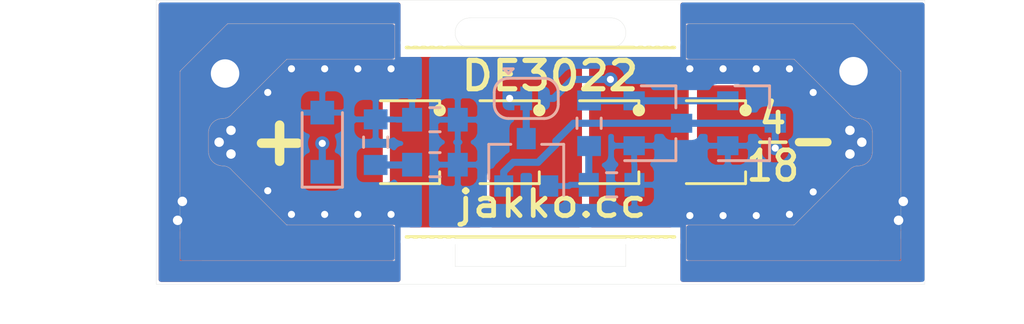
<source format=kicad_pcb>
(kicad_pcb (version 20171130) (host pcbnew "(5.0.0-rc2-dev-969-gf634b75)")

  (general
    (thickness 1.6)
    (drawings 68)
    (tracks 67)
    (zones 0)
    (modules 40)
    (nets 12)
  )

  (page A4)
  (layers
    (0 F.Cu signal)
    (31 B.Cu signal)
    (36 B.SilkS user)
    (37 F.SilkS user)
    (38 B.Mask user)
    (39 F.Mask user)
    (40 Dwgs.User user)
    (44 Edge.Cuts user)
    (46 B.CrtYd user)
    (47 F.CrtYd user)
  )

  (setup
    (last_trace_width 0.3)
    (user_trace_width 0.2)
    (user_trace_width 0.25)
    (user_trace_width 0.3)
    (user_trace_width 0.4)
    (user_trace_width 0.5)
    (trace_clearance 0.3)
    (zone_clearance 0)
    (zone_45_only no)
    (trace_min 0.2)
    (segment_width 0.5)
    (edge_width 0.15)
    (via_size 0.6)
    (via_drill 0.3)
    (via_min_size 0.3)
    (via_min_drill 0.3)
    (user_via 0.6 0.3)
    (user_via 0.8 0.4)
    (uvia_size 0.3)
    (uvia_drill 0.1)
    (uvias_allowed no)
    (uvia_min_size 0.2)
    (uvia_min_drill 0.1)
    (pcb_text_width 0.3)
    (pcb_text_size 1.5 1.5)
    (mod_edge_width 0.15)
    (mod_text_size 1 1)
    (mod_text_width 0.15)
    (pad_size 1.25 1.25)
    (pad_drill 1.25)
    (pad_to_mask_clearance 0.127)
    (aux_axis_origin 0 0)
    (visible_elements FFFFFF7F)
    (pcbplotparams
      (layerselection 0x010f0_ffffffff)
      (usegerberextensions false)
      (usegerberattributes false)
      (usegerberadvancedattributes false)
      (creategerberjobfile false)
      (excludeedgelayer true)
      (linewidth 0.100000)
      (plotframeref false)
      (viasonmask false)
      (mode 1)
      (useauxorigin false)
      (hpglpennumber 1)
      (hpglpenspeed 20)
      (hpglpendiameter 15.000000)
      (psnegative false)
      (psa4output false)
      (plotreference true)
      (plotvalue true)
      (plotinvisibletext false)
      (padsonsilk false)
      (subtractmaskfromsilk false)
      (outputformat 1)
      (mirror false)
      (drillshape 0)
      (scaleselection 1)
      (outputdirectory "gerb_0618/"))
  )

  (net 0 "")
  (net 1 GND)
  (net 2 +BATT)
  (net 3 "Net-(D5-Pad1)")
  (net 4 "Net-(D1-Pad1)")
  (net 5 "Net-(D2-Pad1)")
  (net 6 "Net-(D3-Pad1)")
  (net 7 "Net-(D4-Pad1)")
  (net 8 "Net-(C1-Pad2)")
  (net 9 "Net-(Q1-Pad1)")
  (net 10 "Net-(Q2-Pad2)")
  (net 11 "Net-(JP1-Pad2)")

  (net_class Default "This is the default net class."
    (clearance 0.3)
    (trace_width 0.3)
    (via_dia 0.6)
    (via_drill 0.3)
    (uvia_dia 0.3)
    (uvia_drill 0.1)
    (add_net +BATT)
    (add_net GND)
    (add_net "Net-(C1-Pad2)")
    (add_net "Net-(D1-Pad1)")
    (add_net "Net-(D2-Pad1)")
    (add_net "Net-(D3-Pad1)")
    (add_net "Net-(D4-Pad1)")
    (add_net "Net-(D5-Pad1)")
    (add_net "Net-(JP1-Pad2)")
    (add_net "Net-(Q1-Pad1)")
    (add_net "Net-(Q2-Pad2)")
  )

  (module LED_SMD:LED_Cree-JB (layer F.Cu) (tedit 5AE62D20) (tstamp 5AE64906)
    (at 150 110 180)
    (descr http://www.cree.com/led-components/media/documents/data-sheet-JSeries-3030.pdf)
    (tags "LED Cree JB")
    (path /59F60A12)
    (attr smd)
    (fp_text reference D2 (at 0 -2.7 180) (layer F.SilkS) hide
      (effects (font (size 1 1) (thickness 0.15)))
    )
    (fp_text value LED (at 0 2.7 180) (layer F.Fab)
      (effects (font (size 1 1) (thickness 0.15)))
    )
    (fp_line (start 0.5 0.5) (end -0.5 0) (layer F.Fab) (width 0.1))
    (fp_line (start 0.5 -0.5) (end 0.5 0.5) (layer F.Fab) (width 0.1))
    (fp_line (start -0.5 0) (end 0.5 -0.5) (layer F.Fab) (width 0.1))
    (fp_line (start -0.5 -0.5) (end -0.5 0.5) (layer F.Fab) (width 0.1))
    (fp_line (start -1 0) (end -0.5 0) (layer F.Fab) (width 0.1))
    (fp_line (start 1 0) (end 0.5 0) (layer F.Fab) (width 0.1))
    (fp_line (start -1.75 1.75) (end 0.75 1.75) (layer F.SilkS) (width 0.12))
    (fp_line (start -1.75 1.25) (end -1.75 1.75) (layer F.SilkS) (width 0.12))
    (fp_line (start -1.75 -1.75) (end -1.75 -1.25) (layer F.SilkS) (width 0.12))
    (fp_line (start 0.75 -1.75) (end -1.75 -1.75) (layer F.SilkS) (width 0.12))
    (fp_line (start 2 -1.85) (end -2 -1.85) (layer F.CrtYd) (width 0.05))
    (fp_line (start 2 1.85) (end 2 -1.85) (layer F.CrtYd) (width 0.05))
    (fp_line (start -2 1.85) (end 2 1.85) (layer F.CrtYd) (width 0.05))
    (fp_line (start -2 -1.85) (end -2 1.85) (layer F.CrtYd) (width 0.05))
    (fp_line (start -1.5 1.5) (end -1.5 -1.5) (layer F.Fab) (width 0.1))
    (fp_line (start 1.5 1.5) (end -1.5 1.5) (layer F.Fab) (width 0.1))
    (fp_line (start 1.5 -1.5) (end 1.5 1.5) (layer F.Fab) (width 0.1))
    (fp_line (start -1.5 -1.5) (end 1.5 -1.5) (layer F.Fab) (width 0.1))
    (fp_text user %R (at 0 0 180) (layer F.Fab)
      (effects (font (size 0.5 0.5) (thickness 0.05)))
    )
    (fp_circle (center -1.75 1.35) (end -1.81 1.35) (layer F.SilkS) (width 0.2))
    (pad 2 smd custom (at 1.075 0 180) (size 0.35 0.35) (layers F.Cu F.Mask)
      (net 4 "Net-(D1-Pad1)") (zone_connect 2)
      (options (clearance outline) (anchor rect))
      (primitives
        (gr_poly (pts
           (xy -0.3 -1.2) (xy 0.3 -1.2) (xy 0.3 -0.25) (xy 0.6 -0.25) (xy 0.6 0.25)
           (xy 0.3 0.25) (xy 0.3 1.2) (xy -0.3 1.2)) (width 0.01))
      ))
    (pad 1 smd rect (at -0.575 0 180) (size 1.6 2.4) (layers F.Cu F.Paste F.Mask)
      (net 5 "Net-(D2-Pad1)") (solder_paste_margin_ratio -0.1))
    (model /home/jakub/Elektronika/Elektronika/KiCad/library/misc/J-3030-3D_colors.wrl
      (offset (xyz -0.05 0.27 -2.77))
      (scale (xyz 0.3937 0.3937 0.3937))
      (rotate (xyz 0 0 0))
    )
  )

  (module LED_SMD:LED_Cree-JB (layer F.Cu) (tedit 5AE62D20) (tstamp 5B074421)
    (at 154.2 110 180)
    (descr http://www.cree.com/led-components/media/documents/data-sheet-JSeries-3030.pdf)
    (tags "LED Cree JB")
    (path /59F60A78)
    (attr smd)
    (fp_text reference D3 (at 0 -2.7 180) (layer F.SilkS) hide
      (effects (font (size 1 1) (thickness 0.15)))
    )
    (fp_text value LED (at 0 2.7 180) (layer F.Fab)
      (effects (font (size 1 1) (thickness 0.15)))
    )
    (fp_line (start 0.5 0.5) (end -0.5 0) (layer F.Fab) (width 0.1))
    (fp_line (start 0.5 -0.5) (end 0.5 0.5) (layer F.Fab) (width 0.1))
    (fp_line (start -0.5 0) (end 0.5 -0.5) (layer F.Fab) (width 0.1))
    (fp_line (start -0.5 -0.5) (end -0.5 0.5) (layer F.Fab) (width 0.1))
    (fp_line (start -1 0) (end -0.5 0) (layer F.Fab) (width 0.1))
    (fp_line (start 1 0) (end 0.5 0) (layer F.Fab) (width 0.1))
    (fp_line (start -1.75 1.75) (end 0.75 1.75) (layer F.SilkS) (width 0.12))
    (fp_line (start -1.75 1.25) (end -1.75 1.75) (layer F.SilkS) (width 0.12))
    (fp_line (start -1.75 -1.75) (end -1.75 -1.25) (layer F.SilkS) (width 0.12))
    (fp_line (start 0.75 -1.75) (end -1.75 -1.75) (layer F.SilkS) (width 0.12))
    (fp_line (start 2 -1.85) (end -2 -1.85) (layer F.CrtYd) (width 0.05))
    (fp_line (start 2 1.85) (end 2 -1.85) (layer F.CrtYd) (width 0.05))
    (fp_line (start -2 1.85) (end 2 1.85) (layer F.CrtYd) (width 0.05))
    (fp_line (start -2 -1.85) (end -2 1.85) (layer F.CrtYd) (width 0.05))
    (fp_line (start -1.5 1.5) (end -1.5 -1.5) (layer F.Fab) (width 0.1))
    (fp_line (start 1.5 1.5) (end -1.5 1.5) (layer F.Fab) (width 0.1))
    (fp_line (start 1.5 -1.5) (end 1.5 1.5) (layer F.Fab) (width 0.1))
    (fp_line (start -1.5 -1.5) (end 1.5 -1.5) (layer F.Fab) (width 0.1))
    (fp_text user %R (at 0 0 180) (layer F.Fab)
      (effects (font (size 0.5 0.5) (thickness 0.05)))
    )
    (fp_circle (center -1.75 1.35) (end -1.81 1.35) (layer F.SilkS) (width 0.2))
    (pad 2 smd custom (at 1.075 0 180) (size 0.35 0.35) (layers F.Cu F.Mask)
      (net 5 "Net-(D2-Pad1)") (zone_connect 2)
      (options (clearance outline) (anchor rect))
      (primitives
        (gr_poly (pts
           (xy -0.3 -1.2) (xy 0.3 -1.2) (xy 0.3 -0.25) (xy 0.6 -0.25) (xy 0.6 0.25)
           (xy 0.3 0.25) (xy 0.3 1.2) (xy -0.3 1.2)) (width 0.01))
      ))
    (pad 1 smd rect (at -0.575 0 180) (size 1.6 2.4) (layers F.Cu F.Paste F.Mask)
      (net 6 "Net-(D3-Pad1)") (solder_paste_margin_ratio -0.1))
    (model /home/jakub/Elektronika/Elektronika/KiCad/library/misc/J-3030-3D_colors.wrl
      (offset (xyz -0.05 0.27 -2.77))
      (scale (xyz 0.3937 0.3937 0.3937))
      (rotate (xyz 0 0 0))
    )
  )

  (module LED_SMD:LED_Cree-JB (layer F.Cu) (tedit 5AE62D20) (tstamp 5B074406)
    (at 158.4 110 180)
    (descr http://www.cree.com/led-components/media/documents/data-sheet-JSeries-3030.pdf)
    (tags "LED Cree JB")
    (path /59F60AA8)
    (attr smd)
    (fp_text reference D4 (at 0 -2.7 180) (layer F.SilkS) hide
      (effects (font (size 1 1) (thickness 0.15)))
    )
    (fp_text value LED (at 0 2.7 180) (layer F.Fab)
      (effects (font (size 1 1) (thickness 0.15)))
    )
    (fp_line (start 0.5 0.5) (end -0.5 0) (layer F.Fab) (width 0.1))
    (fp_line (start 0.5 -0.5) (end 0.5 0.5) (layer F.Fab) (width 0.1))
    (fp_line (start -0.5 0) (end 0.5 -0.5) (layer F.Fab) (width 0.1))
    (fp_line (start -0.5 -0.5) (end -0.5 0.5) (layer F.Fab) (width 0.1))
    (fp_line (start -1 0) (end -0.5 0) (layer F.Fab) (width 0.1))
    (fp_line (start 1 0) (end 0.5 0) (layer F.Fab) (width 0.1))
    (fp_line (start -1.75 1.75) (end 0.75 1.75) (layer F.SilkS) (width 0.12))
    (fp_line (start -1.75 1.25) (end -1.75 1.75) (layer F.SilkS) (width 0.12))
    (fp_line (start -1.75 -1.75) (end -1.75 -1.25) (layer F.SilkS) (width 0.12))
    (fp_line (start 0.75 -1.75) (end -1.75 -1.75) (layer F.SilkS) (width 0.12))
    (fp_line (start 2 -1.85) (end -2 -1.85) (layer F.CrtYd) (width 0.05))
    (fp_line (start 2 1.85) (end 2 -1.85) (layer F.CrtYd) (width 0.05))
    (fp_line (start -2 1.85) (end 2 1.85) (layer F.CrtYd) (width 0.05))
    (fp_line (start -2 -1.85) (end -2 1.85) (layer F.CrtYd) (width 0.05))
    (fp_line (start -1.5 1.5) (end -1.5 -1.5) (layer F.Fab) (width 0.1))
    (fp_line (start 1.5 1.5) (end -1.5 1.5) (layer F.Fab) (width 0.1))
    (fp_line (start 1.5 -1.5) (end 1.5 1.5) (layer F.Fab) (width 0.1))
    (fp_line (start -1.5 -1.5) (end 1.5 -1.5) (layer F.Fab) (width 0.1))
    (fp_text user %R (at 0 0 180) (layer F.Fab)
      (effects (font (size 0.5 0.5) (thickness 0.05)))
    )
    (fp_circle (center -1.75 1.35) (end -1.81 1.35) (layer F.SilkS) (width 0.2))
    (pad 2 smd custom (at 1.075 0 180) (size 0.35 0.35) (layers F.Cu F.Mask)
      (net 6 "Net-(D3-Pad1)") (zone_connect 2)
      (options (clearance outline) (anchor rect))
      (primitives
        (gr_poly (pts
           (xy -0.3 -1.2) (xy 0.3 -1.2) (xy 0.3 -0.25) (xy 0.6 -0.25) (xy 0.6 0.25)
           (xy 0.3 0.25) (xy 0.3 1.2) (xy -0.3 1.2)) (width 0.01))
      ))
    (pad 1 smd rect (at -0.575 0 180) (size 1.6 2.4) (layers F.Cu F.Paste F.Mask)
      (net 7 "Net-(D4-Pad1)") (solder_paste_margin_ratio -0.1))
    (model /home/jakub/Elektronika/Elektronika/KiCad/library/misc/J-3030-3D_colors.wrl
      (offset (xyz -0.05 0.27 -2.77))
      (scale (xyz 0.3937 0.3937 0.3937))
      (rotate (xyz 0 0 0))
    )
  )

  (module LED_SMD:LED_Cree-JB (layer F.Cu) (tedit 5AE62D20) (tstamp 5B0743EB)
    (at 162.9 110 180)
    (descr http://www.cree.com/led-components/media/documents/data-sheet-JSeries-3030.pdf)
    (tags "LED Cree JB")
    (path /59F60AD6)
    (attr smd)
    (fp_text reference D5 (at 0 -2.7 180) (layer F.SilkS) hide
      (effects (font (size 1 1) (thickness 0.15)))
    )
    (fp_text value LED (at 0 2.7 180) (layer F.Fab)
      (effects (font (size 1 1) (thickness 0.15)))
    )
    (fp_line (start 0.5 0.5) (end -0.5 0) (layer F.Fab) (width 0.1))
    (fp_line (start 0.5 -0.5) (end 0.5 0.5) (layer F.Fab) (width 0.1))
    (fp_line (start -0.5 0) (end 0.5 -0.5) (layer F.Fab) (width 0.1))
    (fp_line (start -0.5 -0.5) (end -0.5 0.5) (layer F.Fab) (width 0.1))
    (fp_line (start -1 0) (end -0.5 0) (layer F.Fab) (width 0.1))
    (fp_line (start 1 0) (end 0.5 0) (layer F.Fab) (width 0.1))
    (fp_line (start -1.75 1.75) (end 0.75 1.75) (layer F.SilkS) (width 0.12))
    (fp_line (start -1.75 1.25) (end -1.75 1.75) (layer F.SilkS) (width 0.12))
    (fp_line (start -1.75 -1.75) (end -1.75 -1.25) (layer F.SilkS) (width 0.12))
    (fp_line (start 0.75 -1.75) (end -1.75 -1.75) (layer F.SilkS) (width 0.12))
    (fp_line (start 2 -1.85) (end -2 -1.85) (layer F.CrtYd) (width 0.05))
    (fp_line (start 2 1.85) (end 2 -1.85) (layer F.CrtYd) (width 0.05))
    (fp_line (start -2 1.85) (end 2 1.85) (layer F.CrtYd) (width 0.05))
    (fp_line (start -2 -1.85) (end -2 1.85) (layer F.CrtYd) (width 0.05))
    (fp_line (start -1.5 1.5) (end -1.5 -1.5) (layer F.Fab) (width 0.1))
    (fp_line (start 1.5 1.5) (end -1.5 1.5) (layer F.Fab) (width 0.1))
    (fp_line (start 1.5 -1.5) (end 1.5 1.5) (layer F.Fab) (width 0.1))
    (fp_line (start -1.5 -1.5) (end 1.5 -1.5) (layer F.Fab) (width 0.1))
    (fp_text user %R (at 0 0 180) (layer F.Fab)
      (effects (font (size 0.5 0.5) (thickness 0.05)))
    )
    (fp_circle (center -1.75 1.35) (end -1.81 1.35) (layer F.SilkS) (width 0.2))
    (pad 2 smd custom (at 1.075 0 180) (size 0.35 0.35) (layers F.Cu F.Mask)
      (net 7 "Net-(D4-Pad1)") (zone_connect 2)
      (options (clearance outline) (anchor rect))
      (primitives
        (gr_poly (pts
           (xy -0.3 -1.2) (xy 0.3 -1.2) (xy 0.3 -0.25) (xy 0.6 -0.25) (xy 0.6 0.25)
           (xy 0.3 0.25) (xy 0.3 1.2) (xy -0.3 1.2)) (width 0.01))
      ))
    (pad 1 smd rect (at -0.575 0 180) (size 1.6 2.4) (layers F.Cu F.Paste F.Mask)
      (net 3 "Net-(D5-Pad1)") (solder_paste_margin_ratio -0.1))
    (model /home/jakub/Elektronika/Elektronika/KiCad/library/misc/J-3030-3D_colors.wrl
      (offset (xyz -0.05 0.27 -2.77))
      (scale (xyz 0.3937 0.3937 0.3937))
      (rotate (xyz 0 0 0))
    )
  )

  (module Jumper:SolderJumper-3_P0.75mm_Bridged12_RoundedPad0.5x1.0mm (layer B.Cu) (tedit 5AE5A871) (tstamp 5B132CB5)
    (at 155.4 108.15)
    (descr "SMD Solder 3-pad Jumper, 1x1.5mm rounded Pads, 0.3mm gap, pads 1-2 bridged with 1 copper strip")
    (tags "solder jumper open")
    (path /5AE61514)
    (attr virtual)
    (fp_text reference JP1 (at 0 1.8) (layer B.SilkS) hide
      (effects (font (size 1 1) (thickness 0.15)) (justify mirror))
    )
    (fp_text value SolderJumper_3_Bridged12 (at 0 -1.9) (layer B.Fab)
      (effects (font (size 1 1) (thickness 0.15)) (justify mirror))
    )
    (fp_arc (start 0.75 0.25) (end 1.35 0.25) (angle 90) (layer B.SilkS) (width 0.12))
    (fp_arc (start -0.75 -0.25) (end -1.35 -0.25) (angle 90) (layer B.SilkS) (width 0.12))
    (fp_arc (start -0.75 0.25) (end -0.75 0.85) (angle 90) (layer B.SilkS) (width 0.12))
    (fp_line (start 1.5 -1) (end -1.5 -1) (layer B.CrtYd) (width 0.05))
    (fp_line (start 1.5 -1) (end 1.5 1) (layer B.CrtYd) (width 0.05))
    (fp_line (start -1.5 1) (end -1.5 -1) (layer B.CrtYd) (width 0.05))
    (fp_line (start -1.5 1) (end 1.5 1) (layer B.CrtYd) (width 0.05))
    (fp_line (start -0.75 0.85) (end 0.75 0.85) (layer B.SilkS) (width 0.12))
    (fp_line (start 1.35 0.25) (end 1.35 -0.25) (layer B.SilkS) (width 0.12))
    (fp_line (start 0.75 -0.85) (end -0.8 -0.85) (layer B.SilkS) (width 0.12))
    (fp_line (start -1.35 -0.25) (end -1.35 0.25) (layer B.SilkS) (width 0.12))
    (fp_line (start -0.75 -1.05) (end -0.95 -1.25) (layer B.SilkS) (width 0.12))
    (fp_line (start -0.95 -1.25) (end -0.55 -1.25) (layer B.SilkS) (width 0.12))
    (fp_line (start -0.75 -1.05) (end -0.55 -1.25) (layer B.SilkS) (width 0.12))
    (fp_arc (start 0.75 -0.25) (end 0.75 -0.85) (angle 90) (layer B.SilkS) (width 0.12))
    (pad 1 smd rect (at -0.4 0) (size 0.5 0.6) (layers B.Cu B.Mask)
      (net 6 "Net-(D3-Pad1)"))
    (pad 3 smd rect (at 0.625 0) (size 0.25 1) (layers B.Cu B.Mask)
      (net 7 "Net-(D4-Pad1)"))
    (pad 3 smd roundrect (at 0.75 0) (size 0.5 1) (layers B.Cu B.Mask) (roundrect_rratio 0.5)
      (net 7 "Net-(D4-Pad1)"))
    (pad 2 smd rect (at 0 0) (size 0.5 1) (layers B.Cu B.Mask)
      (net 11 "Net-(JP1-Pad2)"))
    (pad 1 smd rect (at -0.625 0) (size 0.25 1) (layers B.Cu B.Mask)
      (net 6 "Net-(D3-Pad1)"))
    (pad 1 smd roundrect (at -0.75 0) (size 0.5 1) (layers B.Cu B.Mask) (roundrect_rratio 0.5)
      (net 6 "Net-(D3-Pad1)"))
  )

  (module Capacitor_SMD:C_0603_1608Metric_Pad0.84x1.00mm_HandSolder (layer B.Cu) (tedit 59FE48B8) (tstamp 5B132D55)
    (at 149.05 110 270)
    (descr "Capacitor SMD 0603 (1608 Metric), square (rectangular) end terminal, IPC_7351 nominal with elongated pad for handsoldering. (Body size source: http://www.tortai-tech.com/upload/download/2011102023233369053.pdf), generated with kicad-footprint-generator")
    (tags "capacitor handsolder")
    (path /59F603F0)
    (attr smd)
    (fp_text reference C1 (at 0 1.65 270) (layer B.SilkS) hide
      (effects (font (size 1 1) (thickness 0.15)) (justify mirror))
    )
    (fp_text value 10n (at 0 -1.65 270) (layer B.Fab)
      (effects (font (size 1 1) (thickness 0.15)) (justify mirror))
    )
    (fp_text user %R (at 0 0 270) (layer B.Fab)
      (effects (font (size 0.5 0.5) (thickness 0.08)) (justify mirror))
    )
    (fp_line (start 1.64 -0.75) (end -1.64 -0.75) (layer B.CrtYd) (width 0.05))
    (fp_line (start 1.64 0.75) (end 1.64 -0.75) (layer B.CrtYd) (width 0.05))
    (fp_line (start -1.64 0.75) (end 1.64 0.75) (layer B.CrtYd) (width 0.05))
    (fp_line (start -1.64 -0.75) (end -1.64 0.75) (layer B.CrtYd) (width 0.05))
    (fp_line (start -0.22 -0.51) (end 0.22 -0.51) (layer B.SilkS) (width 0.12))
    (fp_line (start -0.22 0.51) (end 0.22 0.51) (layer B.SilkS) (width 0.12))
    (fp_line (start 0.8 -0.4) (end -0.8 -0.4) (layer B.Fab) (width 0.1))
    (fp_line (start 0.8 0.4) (end 0.8 -0.4) (layer B.Fab) (width 0.1))
    (fp_line (start -0.8 0.4) (end 0.8 0.4) (layer B.Fab) (width 0.1))
    (fp_line (start -0.8 -0.4) (end -0.8 0.4) (layer B.Fab) (width 0.1))
    (pad 2 smd rect (at 0.9625 0 270) (size 0.845 1) (layers B.Cu B.Paste B.Mask)
      (net 8 "Net-(C1-Pad2)"))
    (pad 1 smd rect (at -0.9625 0 270) (size 0.845 1) (layers B.Cu B.Paste B.Mask)
      (net 2 +BATT))
    (model ${KISYS3DMOD}/Capacitor_SMD.3dshapes/C_0603_1608Metric.wrl
      (at (xyz 0 0 0))
      (scale (xyz 1 1 1))
      (rotate (xyz 0 0 0))
    )
  )

  (module Capacitor_SMD:C_0603_1608Metric_Pad0.84x1.00mm_HandSolder (layer B.Cu) (tedit 59FE48B8) (tstamp 5B1324D3)
    (at 151.55 110.95 180)
    (descr "Capacitor SMD 0603 (1608 Metric), square (rectangular) end terminal, IPC_7351 nominal with elongated pad for handsoldering. (Body size source: http://www.tortai-tech.com/upload/download/2011102023233369053.pdf), generated with kicad-footprint-generator")
    (tags "capacitor handsolder")
    (path /59F604E9)
    (attr smd)
    (fp_text reference C2 (at 0 1.65 180) (layer B.SilkS) hide
      (effects (font (size 1 1) (thickness 0.15)) (justify mirror))
    )
    (fp_text value 10n (at 0 -1.65 180) (layer B.Fab)
      (effects (font (size 1 1) (thickness 0.15)) (justify mirror))
    )
    (fp_text user %R (at 0 0 180) (layer B.Fab)
      (effects (font (size 0.5 0.5) (thickness 0.08)) (justify mirror))
    )
    (fp_line (start 1.64 -0.75) (end -1.64 -0.75) (layer B.CrtYd) (width 0.05))
    (fp_line (start 1.64 0.75) (end 1.64 -0.75) (layer B.CrtYd) (width 0.05))
    (fp_line (start -1.64 0.75) (end 1.64 0.75) (layer B.CrtYd) (width 0.05))
    (fp_line (start -1.64 -0.75) (end -1.64 0.75) (layer B.CrtYd) (width 0.05))
    (fp_line (start -0.22 -0.51) (end 0.22 -0.51) (layer B.SilkS) (width 0.12))
    (fp_line (start -0.22 0.51) (end 0.22 0.51) (layer B.SilkS) (width 0.12))
    (fp_line (start 0.8 -0.4) (end -0.8 -0.4) (layer B.Fab) (width 0.1))
    (fp_line (start 0.8 0.4) (end 0.8 -0.4) (layer B.Fab) (width 0.1))
    (fp_line (start -0.8 0.4) (end 0.8 0.4) (layer B.Fab) (width 0.1))
    (fp_line (start -0.8 -0.4) (end -0.8 0.4) (layer B.Fab) (width 0.1))
    (pad 2 smd rect (at 0.9625 0 180) (size 0.845 1) (layers B.Cu B.Paste B.Mask)
      (net 8 "Net-(C1-Pad2)"))
    (pad 1 smd rect (at -0.9625 0 180) (size 0.845 1) (layers B.Cu B.Paste B.Mask)
      (net 1 GND))
    (model ${KISYS3DMOD}/Capacitor_SMD.3dshapes/C_0603_1608Metric.wrl
      (at (xyz 0 0 0))
      (scale (xyz 1 1 1))
      (rotate (xyz 0 0 0))
    )
  )

  (module Diode_SMD:D_SOD-323_HandSoldering (layer B.Cu) (tedit 58641869) (tstamp 5B13195C)
    (at 146.8 110 90)
    (descr SOD-323)
    (tags SOD-323)
    (path /59F6075A)
    (attr smd)
    (fp_text reference D1 (at 0 1.85 90) (layer B.SilkS) hide
      (effects (font (size 1 1) (thickness 0.15)) (justify mirror))
    )
    (fp_text value D (at 0.1 -1.9 90) (layer B.Fab)
      (effects (font (size 1 1) (thickness 0.15)) (justify mirror))
    )
    (fp_line (start -1.9 0.85) (end 1.25 0.85) (layer B.SilkS) (width 0.12))
    (fp_line (start -1.9 -0.85) (end 1.25 -0.85) (layer B.SilkS) (width 0.12))
    (fp_line (start -2 0.95) (end -2 -0.95) (layer B.CrtYd) (width 0.05))
    (fp_line (start -2 -0.95) (end 2 -0.95) (layer B.CrtYd) (width 0.05))
    (fp_line (start 2 0.95) (end 2 -0.95) (layer B.CrtYd) (width 0.05))
    (fp_line (start -2 0.95) (end 2 0.95) (layer B.CrtYd) (width 0.05))
    (fp_line (start -0.9 0.7) (end 0.9 0.7) (layer B.Fab) (width 0.1))
    (fp_line (start 0.9 0.7) (end 0.9 -0.7) (layer B.Fab) (width 0.1))
    (fp_line (start 0.9 -0.7) (end -0.9 -0.7) (layer B.Fab) (width 0.1))
    (fp_line (start -0.9 -0.7) (end -0.9 0.7) (layer B.Fab) (width 0.1))
    (fp_line (start -0.3 0.35) (end -0.3 -0.35) (layer B.Fab) (width 0.1))
    (fp_line (start -0.3 0) (end -0.5 0) (layer B.Fab) (width 0.1))
    (fp_line (start -0.3 0) (end 0.2 0.35) (layer B.Fab) (width 0.1))
    (fp_line (start 0.2 0.35) (end 0.2 -0.35) (layer B.Fab) (width 0.1))
    (fp_line (start 0.2 -0.35) (end -0.3 0) (layer B.Fab) (width 0.1))
    (fp_line (start 0.2 0) (end 0.45 0) (layer B.Fab) (width 0.1))
    (fp_line (start -1.9 0.85) (end -1.9 -0.85) (layer B.SilkS) (width 0.12))
    (fp_text user %R (at 0 1.85 90) (layer B.Fab)
      (effects (font (size 1 1) (thickness 0.15)) (justify mirror))
    )
    (pad 2 smd rect (at 1.25 0 90) (size 1 1) (layers B.Cu B.Paste B.Mask)
      (net 2 +BATT))
    (pad 1 smd rect (at -1.25 0 90) (size 1 1) (layers B.Cu B.Paste B.Mask)
      (net 4 "Net-(D1-Pad1)"))
    (model ${KISYS3DMOD}/Diode_SMD.3dshapes/D_SOD-323.wrl
      (at (xyz 0 0 0))
      (scale (xyz 1 1 1))
      (rotate (xyz 0 0 0))
    )
  )

  (module Package_TO_SOT_SMD:SOT-23 (layer B.Cu) (tedit 5A02FF57) (tstamp 5B131B7A)
    (at 155.4 110.85 90)
    (descr "SOT-23, Standard")
    (tags SOT-23)
    (path /59F8EA89)
    (attr smd)
    (fp_text reference Q1 (at 0 2.5 90) (layer B.SilkS) hide
      (effects (font (size 1 1) (thickness 0.15)) (justify mirror))
    )
    (fp_text value BSS169 (at 0 -2.5 90) (layer B.Fab)
      (effects (font (size 1 1) (thickness 0.15)) (justify mirror))
    )
    (fp_line (start 0.76 -1.58) (end -0.7 -1.58) (layer B.SilkS) (width 0.12))
    (fp_line (start 0.76 1.58) (end -1.4 1.58) (layer B.SilkS) (width 0.12))
    (fp_line (start -1.7 -1.75) (end -1.7 1.75) (layer B.CrtYd) (width 0.05))
    (fp_line (start 1.7 -1.75) (end -1.7 -1.75) (layer B.CrtYd) (width 0.05))
    (fp_line (start 1.7 1.75) (end 1.7 -1.75) (layer B.CrtYd) (width 0.05))
    (fp_line (start -1.7 1.75) (end 1.7 1.75) (layer B.CrtYd) (width 0.05))
    (fp_line (start 0.76 1.58) (end 0.76 0.65) (layer B.SilkS) (width 0.12))
    (fp_line (start 0.76 -1.58) (end 0.76 -0.65) (layer B.SilkS) (width 0.12))
    (fp_line (start -0.7 -1.52) (end 0.7 -1.52) (layer B.Fab) (width 0.1))
    (fp_line (start 0.7 1.52) (end 0.7 -1.52) (layer B.Fab) (width 0.1))
    (fp_line (start -0.7 0.95) (end -0.15 1.52) (layer B.Fab) (width 0.1))
    (fp_line (start -0.15 1.52) (end 0.7 1.52) (layer B.Fab) (width 0.1))
    (fp_line (start -0.7 0.95) (end -0.7 -1.5) (layer B.Fab) (width 0.1))
    (fp_text user %R (at 0 0) (layer B.Fab)
      (effects (font (size 0.5 0.5) (thickness 0.075)) (justify mirror))
    )
    (pad 3 smd rect (at 1 0 90) (size 0.9 0.8) (layers B.Cu B.Paste B.Mask)
      (net 11 "Net-(JP1-Pad2)"))
    (pad 2 smd rect (at -1 -0.95 90) (size 0.9 0.8) (layers B.Cu B.Paste B.Mask)
      (net 3 "Net-(D5-Pad1)"))
    (pad 1 smd rect (at -1 0.95 90) (size 0.9 0.8) (layers B.Cu B.Paste B.Mask)
      (net 9 "Net-(Q1-Pad1)"))
    (model ${KISYS3DMOD}/Package_TO_SOT_SMD.3dshapes/SOT-23.wrl
      (at (xyz 0 0 0))
      (scale (xyz 1 1 1))
      (rotate (xyz 0 0 0))
    )
  )

  (module Package_TO_SOT_SMD:SOT-23 (layer B.Cu) (tedit 5A02FF57) (tstamp 5AF091A3)
    (at 160.95 109.2)
    (descr "SOT-23, Standard")
    (tags SOT-23)
    (path /59F8EC50)
    (attr smd)
    (fp_text reference Q2 (at 0 2.5) (layer B.SilkS) hide
      (effects (font (size 1 1) (thickness 0.15)) (justify mirror))
    )
    (fp_text value BSS169 (at 0 -2.5) (layer B.Fab)
      (effects (font (size 1 1) (thickness 0.15)) (justify mirror))
    )
    (fp_line (start 0.76 -1.58) (end -0.7 -1.58) (layer B.SilkS) (width 0.12))
    (fp_line (start 0.76 1.58) (end -1.4 1.58) (layer B.SilkS) (width 0.12))
    (fp_line (start -1.7 -1.75) (end -1.7 1.75) (layer B.CrtYd) (width 0.05))
    (fp_line (start 1.7 -1.75) (end -1.7 -1.75) (layer B.CrtYd) (width 0.05))
    (fp_line (start 1.7 1.75) (end 1.7 -1.75) (layer B.CrtYd) (width 0.05))
    (fp_line (start -1.7 1.75) (end 1.7 1.75) (layer B.CrtYd) (width 0.05))
    (fp_line (start 0.76 1.58) (end 0.76 0.65) (layer B.SilkS) (width 0.12))
    (fp_line (start 0.76 -1.58) (end 0.76 -0.65) (layer B.SilkS) (width 0.12))
    (fp_line (start -0.7 -1.52) (end 0.7 -1.52) (layer B.Fab) (width 0.1))
    (fp_line (start 0.7 1.52) (end 0.7 -1.52) (layer B.Fab) (width 0.1))
    (fp_line (start -0.7 0.95) (end -0.15 1.52) (layer B.Fab) (width 0.1))
    (fp_line (start -0.15 1.52) (end 0.7 1.52) (layer B.Fab) (width 0.1))
    (fp_line (start -0.7 0.95) (end -0.7 -1.5) (layer B.Fab) (width 0.1))
    (fp_text user %R (at 0 0 -90) (layer B.Fab)
      (effects (font (size 0.5 0.5) (thickness 0.075)) (justify mirror))
    )
    (pad 3 smd rect (at 1 0) (size 0.9 0.8) (layers B.Cu B.Paste B.Mask)
      (net 3 "Net-(D5-Pad1)"))
    (pad 2 smd rect (at -1 -0.95) (size 0.9 0.8) (layers B.Cu B.Paste B.Mask)
      (net 10 "Net-(Q2-Pad2)"))
    (pad 1 smd rect (at -1 0.95) (size 0.9 0.8) (layers B.Cu B.Paste B.Mask)
      (net 1 GND))
    (model ${KISYS3DMOD}/Package_TO_SOT_SMD.3dshapes/SOT-23.wrl
      (at (xyz 0 0 0))
      (scale (xyz 1 1 1))
      (rotate (xyz 0 0 0))
    )
  )

  (module Package_TO_SOT_SMD:SOT-23 (layer B.Cu) (tedit 5A02FF57) (tstamp 5B075089)
    (at 164.9 109.2)
    (descr "SOT-23, Standard")
    (tags SOT-23)
    (path /59FA3476)
    (attr smd)
    (fp_text reference Q3 (at 0 2.5) (layer B.SilkS) hide
      (effects (font (size 1 1) (thickness 0.15)) (justify mirror))
    )
    (fp_text value BSS169 (at 0 -2.5) (layer B.Fab)
      (effects (font (size 1 1) (thickness 0.15)) (justify mirror))
    )
    (fp_text user %R (at 0 0 -90) (layer B.Fab)
      (effects (font (size 0.5 0.5) (thickness 0.075)) (justify mirror))
    )
    (fp_line (start -0.7 0.95) (end -0.7 -1.5) (layer B.Fab) (width 0.1))
    (fp_line (start -0.15 1.52) (end 0.7 1.52) (layer B.Fab) (width 0.1))
    (fp_line (start -0.7 0.95) (end -0.15 1.52) (layer B.Fab) (width 0.1))
    (fp_line (start 0.7 1.52) (end 0.7 -1.52) (layer B.Fab) (width 0.1))
    (fp_line (start -0.7 -1.52) (end 0.7 -1.52) (layer B.Fab) (width 0.1))
    (fp_line (start 0.76 -1.58) (end 0.76 -0.65) (layer B.SilkS) (width 0.12))
    (fp_line (start 0.76 1.58) (end 0.76 0.65) (layer B.SilkS) (width 0.12))
    (fp_line (start -1.7 1.75) (end 1.7 1.75) (layer B.CrtYd) (width 0.05))
    (fp_line (start 1.7 1.75) (end 1.7 -1.75) (layer B.CrtYd) (width 0.05))
    (fp_line (start 1.7 -1.75) (end -1.7 -1.75) (layer B.CrtYd) (width 0.05))
    (fp_line (start -1.7 -1.75) (end -1.7 1.75) (layer B.CrtYd) (width 0.05))
    (fp_line (start 0.76 1.58) (end -1.4 1.58) (layer B.SilkS) (width 0.12))
    (fp_line (start 0.76 -1.58) (end -0.7 -1.58) (layer B.SilkS) (width 0.12))
    (pad 1 smd rect (at -1 0.95) (size 0.9 0.8) (layers B.Cu B.Paste B.Mask)
      (net 1 GND))
    (pad 2 smd rect (at -1 -0.95) (size 0.9 0.8) (layers B.Cu B.Paste B.Mask)
      (net 10 "Net-(Q2-Pad2)"))
    (pad 3 smd rect (at 1 0) (size 0.9 0.8) (layers B.Cu B.Paste B.Mask)
      (net 3 "Net-(D5-Pad1)"))
    (model ${KISYS3DMOD}/Package_TO_SOT_SMD.3dshapes/SOT-23.wrl
      (at (xyz 0 0 0))
      (scale (xyz 1 1 1))
      (rotate (xyz 0 0 0))
    )
  )

  (module Resistor_SMD:R_0603_1608Metric_Pad0.84x1.00mm_HandSolder (layer B.Cu) (tedit 59FE48B8) (tstamp 5AF0917F)
    (at 159 111.8)
    (descr "Resistor SMD 0603 (1608 Metric), square (rectangular) end terminal, IPC_7351 nominal with elongated pad for handsoldering. (Body size source: http://www.tortai-tech.com/upload/download/2011102023233369053.pdf), generated with kicad-footprint-generator")
    (tags "resistor handsolder")
    (path /59FCC7AA)
    (attr smd)
    (fp_text reference R3 (at 0 1.65) (layer B.SilkS) hide
      (effects (font (size 1 1) (thickness 0.15)) (justify mirror))
    )
    (fp_text value 12 (at 0 -1.65) (layer B.Fab)
      (effects (font (size 1 1) (thickness 0.15)) (justify mirror))
    )
    (fp_text user %R (at 0 0) (layer B.Fab)
      (effects (font (size 0.5 0.5) (thickness 0.08)) (justify mirror))
    )
    (fp_line (start 1.64 -0.75) (end -1.64 -0.75) (layer B.CrtYd) (width 0.05))
    (fp_line (start 1.64 0.75) (end 1.64 -0.75) (layer B.CrtYd) (width 0.05))
    (fp_line (start -1.64 0.75) (end 1.64 0.75) (layer B.CrtYd) (width 0.05))
    (fp_line (start -1.64 -0.75) (end -1.64 0.75) (layer B.CrtYd) (width 0.05))
    (fp_line (start -0.22 -0.51) (end 0.22 -0.51) (layer B.SilkS) (width 0.12))
    (fp_line (start -0.22 0.51) (end 0.22 0.51) (layer B.SilkS) (width 0.12))
    (fp_line (start 0.8 -0.4) (end -0.8 -0.4) (layer B.Fab) (width 0.1))
    (fp_line (start 0.8 0.4) (end 0.8 -0.4) (layer B.Fab) (width 0.1))
    (fp_line (start -0.8 0.4) (end 0.8 0.4) (layer B.Fab) (width 0.1))
    (fp_line (start -0.8 -0.4) (end -0.8 0.4) (layer B.Fab) (width 0.1))
    (pad 2 smd rect (at 0.9625 0) (size 0.845 1) (layers B.Cu B.Paste B.Mask)
      (net 1 GND))
    (pad 1 smd rect (at -0.9625 0) (size 0.845 1) (layers B.Cu B.Paste B.Mask)
      (net 9 "Net-(Q1-Pad1)"))
    (model ${KISYS3DMOD}/Resistor_SMD.3dshapes/R_0603_1608Metric.wrl
      (at (xyz 0 0 0))
      (scale (xyz 1 1 1))
      (rotate (xyz 0 0 0))
    )
  )

  (module Resistor_SMD:R_0603_1608Metric_Pad0.84x1.00mm_HandSolder (layer B.Cu) (tedit 59FE48B8) (tstamp 5B132DC7)
    (at 151.55 109.05)
    (descr "Resistor SMD 0603 (1608 Metric), square (rectangular) end terminal, IPC_7351 nominal with elongated pad for handsoldering. (Body size source: http://www.tortai-tech.com/upload/download/2011102023233369053.pdf), generated with kicad-footprint-generator")
    (tags "resistor handsolder")
    (path /59F60465)
    (attr smd)
    (fp_text reference R1 (at 0 1.65) (layer B.SilkS) hide
      (effects (font (size 1 1) (thickness 0.15)) (justify mirror))
    )
    (fp_text value 10k (at 0 -1.65) (layer B.Fab)
      (effects (font (size 1 1) (thickness 0.15)) (justify mirror))
    )
    (fp_line (start -0.8 -0.4) (end -0.8 0.4) (layer B.Fab) (width 0.1))
    (fp_line (start -0.8 0.4) (end 0.8 0.4) (layer B.Fab) (width 0.1))
    (fp_line (start 0.8 0.4) (end 0.8 -0.4) (layer B.Fab) (width 0.1))
    (fp_line (start 0.8 -0.4) (end -0.8 -0.4) (layer B.Fab) (width 0.1))
    (fp_line (start -0.22 0.51) (end 0.22 0.51) (layer B.SilkS) (width 0.12))
    (fp_line (start -0.22 -0.51) (end 0.22 -0.51) (layer B.SilkS) (width 0.12))
    (fp_line (start -1.64 -0.75) (end -1.64 0.75) (layer B.CrtYd) (width 0.05))
    (fp_line (start -1.64 0.75) (end 1.64 0.75) (layer B.CrtYd) (width 0.05))
    (fp_line (start 1.64 0.75) (end 1.64 -0.75) (layer B.CrtYd) (width 0.05))
    (fp_line (start 1.64 -0.75) (end -1.64 -0.75) (layer B.CrtYd) (width 0.05))
    (fp_text user %R (at 0 0) (layer B.Fab)
      (effects (font (size 0.5 0.5) (thickness 0.08)) (justify mirror))
    )
    (pad 1 smd rect (at -0.9625 0) (size 0.845 1) (layers B.Cu B.Paste B.Mask)
      (net 2 +BATT))
    (pad 2 smd rect (at 0.9625 0) (size 0.845 1) (layers B.Cu B.Paste B.Mask)
      (net 1 GND))
    (model ${KISYS3DMOD}/Resistor_SMD.3dshapes/R_0603_1608Metric.wrl
      (at (xyz 0 0 0))
      (scale (xyz 1 1 1))
      (rotate (xyz 0 0 0))
    )
  )

  (module Resistor_SMD:R_0603_1608Metric_Pad0.84x1.00mm_HandSolder (layer B.Cu) (tedit 59FE48B8) (tstamp 5B133063)
    (at 158.05 109.2 270)
    (descr "Resistor SMD 0603 (1608 Metric), square (rectangular) end terminal, IPC_7351 nominal with elongated pad for handsoldering. (Body size source: http://www.tortai-tech.com/upload/download/2011102023233369053.pdf), generated with kicad-footprint-generator")
    (tags "resistor handsolder")
    (path /59F60BB1)
    (attr smd)
    (fp_text reference R2 (at 0 1.65 270) (layer B.SilkS) hide
      (effects (font (size 1 1) (thickness 0.15)) (justify mirror))
    )
    (fp_text value 12 (at 0 -1.65 270) (layer B.Fab)
      (effects (font (size 1 1) (thickness 0.15)) (justify mirror))
    )
    (fp_text user %R (at 0 0 270) (layer B.Fab)
      (effects (font (size 0.5 0.5) (thickness 0.08)) (justify mirror))
    )
    (fp_line (start 1.64 -0.75) (end -1.64 -0.75) (layer B.CrtYd) (width 0.05))
    (fp_line (start 1.64 0.75) (end 1.64 -0.75) (layer B.CrtYd) (width 0.05))
    (fp_line (start -1.64 0.75) (end 1.64 0.75) (layer B.CrtYd) (width 0.05))
    (fp_line (start -1.64 -0.75) (end -1.64 0.75) (layer B.CrtYd) (width 0.05))
    (fp_line (start -0.22 -0.51) (end 0.22 -0.51) (layer B.SilkS) (width 0.12))
    (fp_line (start -0.22 0.51) (end 0.22 0.51) (layer B.SilkS) (width 0.12))
    (fp_line (start 0.8 -0.4) (end -0.8 -0.4) (layer B.Fab) (width 0.1))
    (fp_line (start 0.8 0.4) (end 0.8 -0.4) (layer B.Fab) (width 0.1))
    (fp_line (start -0.8 0.4) (end 0.8 0.4) (layer B.Fab) (width 0.1))
    (fp_line (start -0.8 -0.4) (end -0.8 0.4) (layer B.Fab) (width 0.1))
    (pad 2 smd rect (at 0.9625 0 270) (size 0.845 1) (layers B.Cu B.Paste B.Mask)
      (net 9 "Net-(Q1-Pad1)"))
    (pad 1 smd rect (at -0.9625 0 270) (size 0.845 1) (layers B.Cu B.Paste B.Mask)
      (net 10 "Net-(Q2-Pad2)"))
    (model ${KISYS3DMOD}/Resistor_SMD.3dshapes/R_0603_1608Metric.wrl
      (at (xyz 0 0 0))
      (scale (xyz 1 1 1))
      (rotate (xyz 0 0 0))
    )
  )

  (module Mounting_Holes:Hole-12mil (layer F.Cu) (tedit 59FCD9DA) (tstamp 5AF0CA24)
    (at 151.25 105.8)
    (path /59FCD110)
    (fp_text reference MK23 (at 0 1.4) (layer F.SilkS) hide
      (effects (font (size 1 1) (thickness 0.15)))
    )
    (fp_text value Mounting_Hole (at 0 -1.4) (layer F.Fab)
      (effects (font (size 1 1) (thickness 0.15)))
    )
    (pad "" np_thru_hole circle (at 0 0) (size 0.3048 0.3048) (drill 0.3048) (layers *.Cu *.Mask))
  )

  (module Mounting_Holes:Hole-12mil (layer F.Cu) (tedit 59FCD9D4) (tstamp 5AF0CA4B)
    (at 150.55 105.8)
    (path /59FCDC89)
    (fp_text reference MK22 (at 0 1.4) (layer F.SilkS) hide
      (effects (font (size 1 1) (thickness 0.15)))
    )
    (fp_text value Mounting_Hole (at 0 -1.4) (layer F.Fab)
      (effects (font (size 1 1) (thickness 0.15)))
    )
    (pad "" np_thru_hole circle (at 0 0) (size 0.3048 0.3048) (drill 0.3048) (layers *.Cu *.Mask))
  )

  (module Mounting_Holes:Hole-12mil (layer F.Cu) (tedit 59FCD9CE) (tstamp 5AF0CA18)
    (at 151.95 105.8)
    (path /59FCDC59)
    (fp_text reference MK21 (at 0 1.4) (layer F.SilkS) hide
      (effects (font (size 1 1) (thickness 0.15)))
    )
    (fp_text value Mounting_Hole (at 0 -1.4) (layer F.Fab)
      (effects (font (size 1 1) (thickness 0.15)))
    )
    (pad "" np_thru_hole circle (at 0 0) (size 0.3048 0.3048) (drill 0.3048) (layers *.Cu *.Mask))
  )

  (module Mounting_Holes:Hole-12mil (layer F.Cu) (tedit 59FCD9EB) (tstamp 5A323AE8)
    (at 160.05 105.8)
    (path /59FCD723)
    (fp_text reference MK20 (at 0 1.4) (layer F.SilkS) hide
      (effects (font (size 1 1) (thickness 0.15)))
    )
    (fp_text value Mounting_Hole (at 0 -1.4) (layer F.Fab)
      (effects (font (size 1 1) (thickness 0.15)))
    )
    (pad "" np_thru_hole circle (at 0 0) (size 0.3048 0.3048) (drill 0.3048) (layers *.Cu *.Mask))
  )

  (module Mounting_Holes:Hole-12mil (layer F.Cu) (tedit 59FCD9D7) (tstamp 5AF0CA3C)
    (at 150.9 105.8)
    (path /59FCD064)
    (fp_text reference MK19 (at 0 1.4) (layer F.SilkS) hide
      (effects (font (size 1 1) (thickness 0.15)))
    )
    (fp_text value Mounting_Hole (at 0 -1.4) (layer F.Fab)
      (effects (font (size 1 1) (thickness 0.15)))
    )
    (pad "" np_thru_hole circle (at 0 0) (size 0.3048 0.3048) (drill 0.3048) (layers *.Cu *.Mask))
  )

  (module Mounting_Holes:Hole-12mil (layer F.Cu) (tedit 59FCD9E9) (tstamp 5A323ADE)
    (at 160.75 105.8)
    (path /59FCDC7D)
    (fp_text reference MK14 (at 0 1.4) (layer F.SilkS) hide
      (effects (font (size 1 1) (thickness 0.15)))
    )
    (fp_text value Mounting_Hole (at 0 -1.4) (layer F.Fab)
      (effects (font (size 1 1) (thickness 0.15)))
    )
    (pad "" np_thru_hole circle (at 0 0) (size 0.3048 0.3048) (drill 0.3048) (layers *.Cu *.Mask))
  )

  (module Mounting_Holes:Hole-12mil (layer F.Cu) (tedit 59FCD9EE) (tstamp 5A323AD9)
    (at 161.1 105.8)
    (path /59FCDC83)
    (fp_text reference MK18 (at 0 1.4) (layer F.SilkS) hide
      (effects (font (size 1 1) (thickness 0.15)))
    )
    (fp_text value Mounting_Hole (at 0 -1.4) (layer F.Fab)
      (effects (font (size 1 1) (thickness 0.15)))
    )
    (pad "" np_thru_hole circle (at 0 0) (size 0.3048 0.3048) (drill 0.3048) (layers *.Cu *.Mask))
  )

  (module Mounting_Holes:Hole-12mil (layer F.Cu) (tedit 59FCD9F1) (tstamp 5A323ACF)
    (at 160.4 105.8)
    (path /59FCDC53)
    (fp_text reference MK17 (at 0 1.4) (layer F.SilkS) hide
      (effects (font (size 1 1) (thickness 0.15)))
    )
    (fp_text value Mounting_Hole (at 0 -1.4) (layer F.Fab)
      (effects (font (size 1 1) (thickness 0.15)))
    )
    (pad "" np_thru_hole circle (at 0 0) (size 0.3048 0.3048) (drill 0.3048) (layers *.Cu *.Mask))
  )

  (module Mounting_Holes:Hole-12mil (layer F.Cu) (tedit 59FCDA2D) (tstamp 5AF0C39B)
    (at 150.9 114.2)
    (path /59FCDC4D)
    (fp_text reference MK13 (at 0 1.4) (layer F.SilkS) hide
      (effects (font (size 1 1) (thickness 0.15)))
    )
    (fp_text value Mounting_Hole (at 0 -1.4) (layer F.Fab)
      (effects (font (size 1 1) (thickness 0.15)))
    )
    (pad "" np_thru_hole circle (at 0 0) (size 0.3048 0.3048) (drill 0.3048) (layers *.Cu *.Mask))
  )

  (module Mounting_Holes:Hole-12mil (layer F.Cu) (tedit 59FCD9CA) (tstamp 5AF0CA30)
    (at 151.6 105.8)
    (path /59FCD717)
    (fp_text reference MK12 (at 0 1.4) (layer F.SilkS) hide
      (effects (font (size 1 1) (thickness 0.15)))
    )
    (fp_text value Mounting_Hole (at 0 -1.4) (layer F.Fab)
      (effects (font (size 1 1) (thickness 0.15)))
    )
    (pad "" np_thru_hole circle (at 0 0) (size 0.3048 0.3048) (drill 0.3048) (layers *.Cu *.Mask))
  )

  (module Mounting_Holes:Hole-12mil (layer F.Cu) (tedit 59FCDA27) (tstamp 5AF0C479)
    (at 151.25 114.2)
    (path /59FCCFEA)
    (fp_text reference MK11 (at 0 1.4) (layer F.SilkS) hide
      (effects (font (size 1 1) (thickness 0.15)))
    )
    (fp_text value Mounting_Hole (at 0 -1.4) (layer F.Fab)
      (effects (font (size 1 1) (thickness 0.15)))
    )
    (pad "" np_thru_hole circle (at 0 0) (size 0.3048 0.3048) (drill 0.3048) (layers *.Cu *.Mask))
  )

  (module Mounting_Holes:Hole-12mil (layer F.Cu) (tedit 59FCDA14) (tstamp 5A323AB6)
    (at 160.75 114.2)
    (path /59FCDC77)
    (fp_text reference MK10 (at 0 1.4) (layer F.SilkS) hide
      (effects (font (size 1 1) (thickness 0.15)))
    )
    (fp_text value Mounting_Hole (at 0 -1.4) (layer F.Fab)
      (effects (font (size 1 1) (thickness 0.15)))
    )
    (pad "" np_thru_hole circle (at 0 0) (size 0.3048 0.3048) (drill 0.3048) (layers *.Cu *.Mask))
  )

  (module Mounting_Holes:Hole-12mil (layer F.Cu) (tedit 59FCD9E0) (tstamp 5A323AB1)
    (at 161.45 105.8)
    (path /59FCDC47)
    (fp_text reference MK9 (at 0 1.4) (layer F.SilkS) hide
      (effects (font (size 1 1) (thickness 0.15)))
    )
    (fp_text value Mounting_Hole (at 0 -1.4) (layer F.Fab)
      (effects (font (size 1 1) (thickness 0.15)))
    )
    (pad "" np_thru_hole circle (at 0 0) (size 0.3048 0.3048) (drill 0.3048) (layers *.Cu *.Mask))
  )

  (module Mounting_Holes:Hole-12mil (layer F.Cu) (tedit 59FCDA00) (tstamp 5A323AAC)
    (at 160.05 114.2)
    (path /59FCD711)
    (fp_text reference MK8 (at 0 1.4) (layer F.SilkS) hide
      (effects (font (size 1 1) (thickness 0.15)))
    )
    (fp_text value Mounting_Hole (at 0 -1.4) (layer F.Fab)
      (effects (font (size 1 1) (thickness 0.15)))
    )
    (pad "" np_thru_hole circle (at 0 0) (size 0.3048 0.3048) (drill 0.3048) (layers *.Cu *.Mask))
  )

  (module Mounting_Holes:Hole-12mil (layer F.Cu) (tedit 59FCDA24) (tstamp 5AF0C51B)
    (at 152.3 114.2)
    (path /59FCCFAC)
    (fp_text reference MK7 (at 0 1.4) (layer F.SilkS) hide
      (effects (font (size 1 1) (thickness 0.15)))
    )
    (fp_text value Mounting_Hole (at 0 -1.4) (layer F.Fab)
      (effects (font (size 1 1) (thickness 0.15)))
    )
    (pad "" np_thru_hole circle (at 0 0) (size 0.3048 0.3048) (drill 0.3048) (layers *.Cu *.Mask))
  )

  (module Mounting_Holes:Hole-12mil (layer F.Cu) (tedit 59FCDA1D) (tstamp 5A323AA2)
    (at 161.45 114.2)
    (path /59FCDC71)
    (fp_text reference MK6 (at 0 1.4) (layer F.SilkS) hide
      (effects (font (size 1 1) (thickness 0.15)))
    )
    (fp_text value Mounting_Hole (at 0 -1.4) (layer F.Fab)
      (effects (font (size 1 1) (thickness 0.15)))
    )
    (pad "" np_thru_hole circle (at 0 0) (size 0.3048 0.3048) (drill 0.3048) (layers *.Cu *.Mask))
  )

  (module Mounting_Holes:Hole-12mil (layer F.Cu) (tedit 59FCDA31) (tstamp 5AF0C38F)
    (at 150.55 114.2)
    (path /59FCDC41)
    (fp_text reference MK5 (at 0 1.4) (layer F.SilkS) hide
      (effects (font (size 1 1) (thickness 0.15)))
    )
    (fp_text value Mounting_Hole (at 0 -1.4) (layer F.Fab)
      (effects (font (size 1 1) (thickness 0.15)))
    )
    (pad "" np_thru_hole circle (at 0 0) (size 0.3048 0.3048) (drill 0.3048) (layers *.Cu *.Mask))
  )

  (module Mounting_Holes:Hole-12mil (layer F.Cu) (tedit 59FCDA1A) (tstamp 5A323A98)
    (at 161.1 114.2)
    (path /59FCD70B)
    (fp_text reference MK4 (at 0 1.4) (layer F.SilkS) hide
      (effects (font (size 1 1) (thickness 0.15)))
    )
    (fp_text value Mounting_Hole (at 0 -1.4) (layer F.Fab)
      (effects (font (size 1 1) (thickness 0.15)))
    )
    (pad "" np_thru_hole circle (at 0 0) (size 0.3048 0.3048) (drill 0.3048) (layers *.Cu *.Mask))
  )

  (module Mounting_Holes:Hole-12mil (layer F.Cu) (tedit 59FCDA2A) (tstamp 5AF0C494)
    (at 151.6 114.2)
    (path /59FCCD1B)
    (fp_text reference MK3 (at 0 1.4) (layer F.SilkS) hide
      (effects (font (size 1 1) (thickness 0.15)))
    )
    (fp_text value Mounting_Hole (at 0 -1.4) (layer F.Fab)
      (effects (font (size 1 1) (thickness 0.15)))
    )
    (pad "" np_thru_hole circle (at 0 0) (size 0.3048 0.3048) (drill 0.3048) (layers *.Cu *.Mask))
  )

  (module Mounting_Holes:Hole-12mil (layer F.Cu) (tedit 59FCDA0B) (tstamp 5A323A8E)
    (at 160.4 114.2)
    (path /59FCDC6B)
    (fp_text reference MK2 (at 0 1.4) (layer F.SilkS) hide
      (effects (font (size 1 1) (thickness 0.15)))
    )
    (fp_text value Mounting_Hole (at 0 -1.4) (layer F.Fab)
      (effects (font (size 1 1) (thickness 0.15)))
    )
    (pad "" np_thru_hole circle (at 0 0) (size 0.3048 0.3048) (drill 0.3048) (layers *.Cu *.Mask))
  )

  (module Mounting_Holes:Hole-12mil (layer F.Cu) (tedit 59FCDA20) (tstamp 5AF0C365)
    (at 151.95 114.2)
    (path /59FCDC3B)
    (fp_text reference MK1 (at 0 1.4) (layer F.SilkS) hide
      (effects (font (size 1 1) (thickness 0.15)))
    )
    (fp_text value Mounting_Hole (at 0 -1.4) (layer F.Fab)
      (effects (font (size 1 1) (thickness 0.15)))
    )
    (pad "" np_thru_hole circle (at 0 0) (size 0.3048 0.3048) (drill 0.3048) (layers *.Cu *.Mask))
  )

  (module Mounting_Holes:Hole-12mil (layer F.Cu) (tedit 59FCD9F9) (tstamp 5A323A84)
    (at 159.7 114.2)
    (path /59FCD71D)
    (fp_text reference MK16 (at 0 1.4) (layer F.SilkS) hide
      (effects (font (size 1 1) (thickness 0.15)))
    )
    (fp_text value Mounting_Hole (at 0 -1.4) (layer F.Fab)
      (effects (font (size 1 1) (thickness 0.15)))
    )
    (pad "" np_thru_hole circle (at 0 0) (size 0.3048 0.3048) (drill 0.3048) (layers *.Cu *.Mask))
  )

  (module Measurement_Points:Measurement_Point_Round-SMD-Pad_Small (layer F.Cu) (tedit 5A1329DC) (tstamp 5A132F14)
    (at 171 114.8)
    (descr "Mesurement Point, Round, SMD Pad, DM 1.5mm,")
    (tags "Mesurement Point Round SMD Pad 1.5mm")
    (path /5A132BF3)
    (attr virtual)
    (fp_text reference TP4 (at 0 -2) (layer F.SilkS) hide
      (effects (font (size 1 1) (thickness 0.15)))
    )
    (fp_text value TEST (at 0 2) (layer F.Fab)
      (effects (font (size 1 1) (thickness 0.15)))
    )
    (fp_circle (center 0 0) (end 1 0) (layer F.CrtYd) (width 0.05))
    (pad 1 smd circle (at 0 0) (size 1.5 1.5) (layers F.Cu F.Mask)
      (net 1 GND))
  )

  (module Measurement_Points:Measurement_Point_Round-SMD-Pad_Small (layer F.Cu) (tedit 5A1329D9) (tstamp 5A132F09)
    (at 170.95 105.25)
    (descr "Mesurement Point, Round, SMD Pad, DM 1.5mm,")
    (tags "Mesurement Point Round SMD Pad 1.5mm")
    (path /59FB73B0)
    (attr virtual)
    (fp_text reference TP3 (at 0 -2) (layer F.SilkS) hide
      (effects (font (size 1 1) (thickness 0.15)))
    )
    (fp_text value TEST (at 0 2) (layer F.Fab)
      (effects (font (size 1 1) (thickness 0.15)))
    )
    (fp_circle (center 0 0) (end 1 0) (layer F.CrtYd) (width 0.05))
    (pad 1 smd circle (at 0 0) (size 1.5 1.5) (layers F.Cu F.Mask)
      (net 1 GND))
  )

  (module Measurement_Points:Measurement_Point_Round-SMD-Pad_Small (layer F.Cu) (tedit 59FCD9BE) (tstamp 5AF0C37E)
    (at 141 114.8)
    (descr "Mesurement Point, Round, SMD Pad, DM 1.5mm,")
    (tags "Mesurement Point Round SMD Pad 1.5mm")
    (path /59FB7258)
    (zone_connect 2)
    (attr virtual)
    (fp_text reference TP2 (at 0 -2) (layer F.SilkS) hide
      (effects (font (size 1 1) (thickness 0.15)))
    )
    (fp_text value TEST (at 0 2) (layer F.Fab)
      (effects (font (size 1 1) (thickness 0.15)))
    )
    (fp_circle (center 0 0) (end 1 0) (layer F.CrtYd) (width 0.05))
    (pad 1 smd circle (at 0 0) (size 1.5 1.5) (layers F.Cu F.Mask)
      (net 2 +BATT) (zone_connect 2))
  )

  (module Measurement_Points:Measurement_Point_Round-SMD-Pad_Small (layer F.Cu) (tedit 59FCD9BB) (tstamp 5AF0C486)
    (at 141.05 105.25)
    (descr "Mesurement Point, Round, SMD Pad, DM 1.5mm,")
    (tags "Mesurement Point Round SMD Pad 1.5mm")
    (path /5A132AE1)
    (zone_connect 2)
    (attr virtual)
    (fp_text reference TP1 (at 0 -2) (layer F.SilkS) hide
      (effects (font (size 1 1) (thickness 0.15)))
    )
    (fp_text value TEST (at 0 2) (layer F.Fab)
      (effects (font (size 1 1) (thickness 0.15)))
    )
    (fp_circle (center 0 0) (end 1 0) (layer F.CrtYd) (width 0.05))
    (pad 1 smd circle (at 0 0) (size 1.5 1.5) (layers F.Cu F.Mask)
      (net 2 +BATT) (zone_connect 2))
  )

  (gr_arc (start 158.975 105.375) (end 158.975 106) (angle -180) (layer Edge.Cuts) (width 0.01) (tstamp 5B31B369))
  (gr_arc (start 153.025 105.375) (end 153.025 104.75) (angle -180) (layer Edge.Cuts) (width 0.01))
  (gr_poly (pts (xy 161.95 113.7) (xy 161.95 115.2) (xy 171.4 115.2) (xy 171.4 107) (xy 169.2 104.8) (xy 161.95 104.8) (xy 161.95 106.3) (xy 166.85 106.3) (xy 169.45 108.9) (xy 170.3 108.9) (xy 170.3 111.1) (xy 169.45 111.1) (xy 166.85 113.7)) (layer B.Mask) (width 0.1) (tstamp 5AE62A5E))
  (gr_poly (pts (xy 150.05 106.3) (xy 150.05 104.8) (xy 142.8 104.8) (xy 140.6 107) (xy 140.6 115.2) (xy 150.05 115.2) (xy 150.05 113.7) (xy 145.15 113.7) (xy 142.55 111.1) (xy 141.7 111.1) (xy 141.7 108.9) (xy 142.55 108.9) (xy 145.15 106.3)) (layer B.Mask) (width 0.1) (tstamp 5AE62A50))
  (gr_poly (pts (xy 161.95 113.7) (xy 161.95 115.2) (xy 171.4 115.2) (xy 171.4 107) (xy 169.2 104.8) (xy 161.95 104.8) (xy 161.95 106.3) (xy 166.85 106.3) (xy 169.45 108.9) (xy 170.3 108.9) (xy 170.3 111.1) (xy 169.45 111.1) (xy 166.85 113.7)) (layer F.Mask) (width 0.1) (tstamp 5AE629BF))
  (gr_poly (pts (xy 150.05 106.3) (xy 150.05 104.8) (xy 142.8 104.8) (xy 140.6 107) (xy 140.6 115.2) (xy 150.05 115.2) (xy 150.05 113.7) (xy 145.15 113.7) (xy 142.55 111.1) (xy 141.7 111.1) (xy 141.7 108.9) (xy 142.55 108.9) (xy 145.15 106.3)) (layer F.Mask) (width 0.1))
  (gr_line (start 161.8 113.45) (end 151.45 113.45) (layer B.Mask) (width 0.4) (tstamp 5B134AD5))
  (gr_line (start 161.8 106.55) (end 151.45 106.55) (layer B.Mask) (width 0.4))
  (dimension 7 (width 0.2) (layer Dwgs.User) (tstamp 5AF0C45F)
    (gr_text "7,0 mm" (at 136.95 110 270) (layer Dwgs.User) (tstamp 5AF0C45F)
      (effects (font (size 1 1) (thickness 0.2)))
    )
    (feature1 (pts (xy 148.8 113.5) (xy 135.6 113.5)))
    (feature2 (pts (xy 148.8 106.5) (xy 135.6 106.5)))
    (crossbar (pts (xy 138.3 106.5) (xy 138.3 113.5)))
    (arrow1a (pts (xy 138.3 113.5) (xy 137.713579 112.373496)))
    (arrow1b (pts (xy 138.3 113.5) (xy 138.886421 112.373496)))
    (arrow2a (pts (xy 138.3 106.5) (xy 137.713579 107.626504)))
    (arrow2b (pts (xy 138.3 106.5) (xy 138.886421 107.626504)))
  )
  (dimension 8 (width 0.2) (layer Dwgs.User)
    (gr_text "8,0 mm" (at 175.05 110 90) (layer Dwgs.User)
      (effects (font (size 1 1) (thickness 0.2)))
    )
    (feature1 (pts (xy 162.2 106) (xy 176.4 106)))
    (feature2 (pts (xy 162.2 114) (xy 176.4 114)))
    (crossbar (pts (xy 173.7 114) (xy 173.7 106)))
    (arrow1a (pts (xy 173.7 106) (xy 174.286421 107.126504)))
    (arrow1b (pts (xy 173.7 106) (xy 173.113579 107.126504)))
    (arrow2a (pts (xy 173.7 114) (xy 174.286421 112.873496)))
    (arrow2b (pts (xy 173.7 114) (xy 173.113579 112.873496)))
  )
  (dimension 28 (width 0.2) (layer Dwgs.User)
    (gr_text "28,0 mm" (at 154.977584 118.6) (layer Dwgs.User)
      (effects (font (size 1.2 1.2) (thickness 0.2)))
    )
    (feature1 (pts (xy 168.977584 110) (xy 168.977584 117.586421)))
    (feature2 (pts (xy 140.977584 110) (xy 140.977584 117.586421)))
    (crossbar (pts (xy 140.977584 117) (xy 168.977584 117)))
    (arrow1a (pts (xy 168.977584 117) (xy 167.85108 117.586421)))
    (arrow1b (pts (xy 168.977584 117) (xy 167.85108 116.413579)))
    (arrow2a (pts (xy 140.977584 117) (xy 142.104088 117.586421)))
    (arrow2b (pts (xy 140.977584 117) (xy 142.104088 116.413579)))
  )
  (gr_text DE3022 (at 156.4 107.2) (layer F.SilkS)
    (effects (font (size 1.2 1.3) (thickness 0.22)))
  )
  (gr_line (start 168.1 110) (end 166.9 110) (layer F.SilkS) (width 0.35))
  (gr_text + (at 145 109.9) (layer F.SilkS) (tstamp 5AF0C45B)
    (effects (font (size 2 2) (thickness 0.4)))
  )
  (gr_line (start 165.25 110) (end 166.35 110) (layer F.SilkS) (width 0.15))
  (gr_text "4\n18" (at 165.8 110) (layer F.SilkS) (tstamp 5AE612B5)
    (effects (font (size 1.25 1.15) (thickness 0.2)))
  )
  (gr_text jakko.cc (at 156.5 112.6) (layer F.SilkS)
    (effects (font (size 1.1 1.3) (thickness 0.2)))
  )
  (gr_line (start 150.35 114) (end 161.65 114) (layer F.SilkS) (width 0.15))
  (gr_line (start 150.35 106) (end 161.65 106) (layer F.SilkS) (width 0.15))
  (gr_line (start 162.15 113.5) (end 162.15 115) (layer Edge.Cuts) (width 0.01))
  (gr_line (start 159.6 115.25) (end 159.6 114) (layer Edge.Cuts) (width 0.01))
  (gr_line (start 159.6 115.25) (end 152.4 115.25) (layer Edge.Cuts) (width 0.01) (tstamp 5A1313E3))
  (gr_line (start 162.15 106.5) (end 162.15 105) (layer Edge.Cuts) (width 0.01))
  (gr_line (start 162.15 105) (end 169.2 105) (layer Edge.Cuts) (width 0.01) (tstamp 5A131158))
  (gr_line (start 169.2 105) (end 171.2 107) (layer Edge.Cuts) (width 0.01) (tstamp 5A130F97))
  (gr_line (start 142.8 105) (end 149.85 105) (layer Edge.Cuts) (width 0.01) (tstamp 5AF0C4EE))
  (gr_line (start 152.4 114) (end 152.4 115.25) (layer Edge.Cuts) (width 0.01) (tstamp 5AF0C4EB))
  (gr_line (start 149.85 115) (end 140.8 115) (layer Edge.Cuts) (width 0.01) (tstamp 5AF0C4E8))
  (gr_line (start 149.85 113.5) (end 149.85 115) (layer Edge.Cuts) (width 0.01) (tstamp 5AF0C4A0))
  (gr_line (start 153.025 106) (end 158.975 106) (layer Edge.Cuts) (width 0.01) (tstamp 59FB4E77))
  (gr_line (start 150.8 106) (end 150.8 106) (layer Edge.Cuts) (width 0.01) (tstamp 5AF0C49D))
  (gr_line (start 149.85 105) (end 149.85 106.5) (layer Edge.Cuts) (width 0.01) (tstamp 5AF0C512))
  (gr_line (start 140.8 107) (end 142.8 105) (layer Edge.Cuts) (width 0.01) (tstamp 5AF0C50F))
  (gr_line (start 140.8 115) (end 140.8 107) (layer Edge.Cuts) (width 0.01) (tstamp 5AF0C50C))
  (gr_line (start 171.2 115) (end 162.15 115) (layer Edge.Cuts) (width 0.01))
  (gr_line (start 171.2 107) (end 171.2 115) (layer Edge.Cuts) (width 0.01))
  (gr_line (start 153.025 104.75) (end 158.975 104.75) (layer Edge.Cuts) (width 0.01))
  (gr_line (start 139.8 116) (end 139.8 104) (layer Edge.Cuts) (width 0.01) (tstamp 5AF0C509))
  (gr_line (start 172.2 116) (end 139.8 116) (layer Edge.Cuts) (width 0.01))
  (gr_line (start 172.2 104) (end 172.2 116) (layer Edge.Cuts) (width 0.01))
  (gr_line (start 139.8 104) (end 172.2 104) (layer Edge.Cuts) (width 0.01))
  (gr_arc (start 150.35 106.25) (end 150.35 106) (angle -90) (layer Dwgs.User) (width 0.15) (tstamp 5AF0C467))
  (gr_arc (start 149.85 106.25) (end 149.85 106.5) (angle -90) (layer Dwgs.User) (width 0.15) (tstamp 5AF0C581))
  (gr_arc (start 161.65 113.75) (end 161.65 114) (angle -90) (layer Dwgs.User) (width 0.15) (tstamp 5A00F99D))
  (gr_arc (start 162.15 113.75) (end 162.15 113.5) (angle -90) (layer Dwgs.User) (width 0.15))
  (gr_arc (start 150.35 113.75) (end 150.1 113.75) (angle -90) (layer Dwgs.User) (width 0.15) (tstamp 5AF0C57E))
  (gr_arc (start 149.85 113.75) (end 150.1 113.75) (angle -90) (layer Dwgs.User) (width 0.15) (tstamp 5AF0C620))
  (gr_arc (start 162.15 106.25) (end 161.9 106.25) (angle -90) (layer Dwgs.User) (width 0.15) (tstamp 5A00F972))
  (gr_arc (start 161.65 106.25) (end 161.9 106.25) (angle -90) (layer Dwgs.User) (width 0.15))
  (gr_arc (start 169.4 108.5) (end 169.000001 108.8) (angle -53.1) (layer Edge.Cuts) (width 0.01) (tstamp 5A00F8F3))
  (gr_line (start 170 109.6) (end 170 110.4) (layer Edge.Cuts) (width 0.01) (tstamp 5A00F8F1))
  (gr_arc (start 169.4 109.6) (end 170 109.6) (angle -90) (layer Edge.Cuts) (width 0.01) (tstamp 5A00F8EF))
  (gr_arc (start 169.4 110.4) (end 169.4 111) (angle -90) (layer Edge.Cuts) (width 0.01) (tstamp 5A00F8EE))
  (gr_arc (start 169.4 111.5) (end 169.4 111) (angle -53.1) (layer Edge.Cuts) (width 0.01) (tstamp 5A00F8ED))
  (gr_arc (start 142.6 111.5) (end 142.999999 111.2) (angle -53.1) (layer Edge.Cuts) (width 0.01) (tstamp 5AF0C536))
  (gr_arc (start 142.6 108.5) (end 142.6 109) (angle -53.1) (layer Edge.Cuts) (width 0.01) (tstamp 5AF0C533))
  (gr_arc (start 142.6 109.6) (end 142.6 109) (angle -90) (layer Edge.Cuts) (width 0.01) (tstamp 5AF0C473))
  (gr_arc (start 142.6 110.4) (end 142 110.4) (angle -90) (layer Edge.Cuts) (width 0.01) (tstamp 5AF0C470))
  (gr_line (start 143 108.8) (end 145.3 106.5) (layer Edge.Cuts) (width 0.01) (tstamp 5AF0C46D))
  (gr_line (start 142 110.4) (end 142 109.6) (layer Edge.Cuts) (width 0.01) (tstamp 5AF0C44C))
  (gr_line (start 145.3 113.5) (end 143 111.2) (layer Edge.Cuts) (width 0.01) (tstamp 5AF0C446))
  (gr_line (start 149.85 113.5) (end 145.3 113.5) (layer Edge.Cuts) (width 0.01) (tstamp 5AF0C443))
  (gr_line (start 159.6 114) (end 152.4 114) (layer Edge.Cuts) (width 0.01))
  (gr_line (start 166.7 113.5) (end 162.15 113.5) (layer Edge.Cuts) (width 0.01))
  (gr_line (start 169 111.2) (end 166.7 113.5) (layer Edge.Cuts) (width 0.01))
  (gr_line (start 166.7 106.5) (end 169 108.8) (layer Edge.Cuts) (width 0.01))
  (gr_line (start 162.15 106.5) (end 166.7 106.5) (layer Edge.Cuts) (width 0.01))
  (gr_line (start 145.3 106.5) (end 149.85 106.5) (layer Edge.Cuts) (width 0.01) (tstamp 5AF0C584))

  (via (at 171.1 113.3) (size 0.8) (drill 0.4) (layers F.Cu B.Cu) (net 1))
  (via (at 171.3 112.5) (size 0.8) (drill 0.4) (layers F.Cu B.Cu) (net 1))
  (segment (start 171.660362 113.078978) (end 171.660362 112.698396) (width 0.3048) (layer F.Cu) (net 1))
  (segment (start 171 114.8) (end 171 113.73934) (width 0.3048) (layer F.Cu) (net 1))
  (segment (start 171 113.73934) (end 171.660362 113.078978) (width 0.3048) (layer F.Cu) (net 1))
  (via (at 169.2 107) (size 2) (drill 1.2) (layers F.Cu B.Cu) (net 1))
  (via (at 169.05 110.5) (size 0.8) (drill 0.4) (layers F.Cu B.Cu) (net 1))
  (via (at 169.55 110) (size 0.8) (drill 0.4) (layers F.Cu B.Cu) (net 1))
  (via (at 169.05 109.5) (size 0.8) (drill 0.4) (layers F.Cu B.Cu) (net 1))
  (via (at 167.5 107.9) (size 0.6) (drill 0.3) (layers F.Cu B.Cu) (net 1))
  (via (at 166.5 106.9) (size 0.6) (drill 0.3) (layers F.Cu B.Cu) (net 1) (tstamp 5AE617B3))
  (via (at 165.1 106.9) (size 0.6) (drill 0.3) (layers F.Cu B.Cu) (net 1) (tstamp 5AE617BB))
  (via (at 163.7 106.9) (size 0.6) (drill 0.3) (layers F.Cu B.Cu) (net 1) (tstamp 5AE617C1))
  (via (at 162.3 106.9) (size 0.6) (drill 0.3) (layers F.Cu B.Cu) (net 1) (tstamp 5AE617C8))
  (via (at 162.3 113.1) (size 0.6) (drill 0.3) (layers F.Cu B.Cu) (net 1) (tstamp 5AE61818))
  (via (at 163.7 113.1) (size 0.6) (drill 0.3) (layers F.Cu B.Cu) (net 1) (tstamp 5AE6181D))
  (via (at 165.1 113.1) (size 0.6) (drill 0.3) (layers F.Cu B.Cu) (net 1) (tstamp 5AE61821))
  (via (at 166.5 113.05) (size 0.6) (drill 0.3) (layers F.Cu B.Cu) (net 1) (tstamp 5AE61823))
  (via (at 167.5 112.1) (size 0.6) (drill 0.3) (layers F.Cu B.Cu) (net 1) (tstamp 5AE61828))
  (segment (start 140.680073 113.419413) (end 140.328175 113.419413) (width 0.3048) (layer F.Cu) (net 2) (tstamp 5AF0C452))
  (segment (start 141 114.8) (end 141 113.73934) (width 0.3048) (layer F.Cu) (net 2) (tstamp 5AF0C62C))
  (segment (start 141 113.73934) (end 140.680073 113.419413) (width 0.3048) (layer F.Cu) (net 2) (tstamp 5AF0C629))
  (via (at 142.7 107.1) (size 2) (drill 1.2) (layers F.Cu B.Cu) (net 2) (tstamp 5AF0C626))
  (via (at 142.95 110.5) (size 0.8) (drill 0.4) (layers F.Cu B.Cu) (net 2) (tstamp 5AF0C623))
  (via (at 142.45 110) (size 0.8) (drill 0.4) (layers F.Cu B.Cu) (net 2) (tstamp 5AFC17DF))
  (via (at 142.95 109.5) (size 0.8) (drill 0.4) (layers F.Cu B.Cu) (net 2) (tstamp 5AF0C4E2))
  (via (at 144.5 112.05) (size 0.6) (drill 0.3) (layers F.Cu B.Cu) (net 2) (tstamp 5AE6169D))
  (via (at 145.5 113.05) (size 0.6) (drill 0.3) (layers F.Cu B.Cu) (net 2) (tstamp 5AE616A1))
  (via (at 146.9 113.05) (size 0.6) (drill 0.3) (layers F.Cu B.Cu) (net 2) (tstamp 5AE616D3))
  (via (at 148.3 113.05) (size 0.6) (drill 0.3) (layers F.Cu B.Cu) (net 2) (tstamp 5AE616D9))
  (via (at 149.7 113.05) (size 0.6) (drill 0.3) (layers F.Cu B.Cu) (net 2) (tstamp 5AE616DF))
  (via (at 149.7 106.9) (size 0.6) (drill 0.3) (layers F.Cu B.Cu) (net 2) (tstamp 5AE61696))
  (via (at 148.3 106.9) (size 0.6) (drill 0.3) (layers F.Cu B.Cu) (net 2) (tstamp 5AE61692))
  (via (at 146.9 106.9) (size 0.6) (drill 0.3) (layers F.Cu B.Cu) (net 2) (tstamp 5AE6168E))
  (via (at 145.5 106.9) (size 0.6) (drill 0.3) (layers F.Cu B.Cu) (net 2) (tstamp 5AE6168A))
  (via (at 144.5 107.9) (size 0.6) (drill 0.3) (layers F.Cu B.Cu) (net 2) (tstamp 5AE61686))
  (via (at 140.7 113.3) (size 0.8) (drill 0.4) (layers F.Cu B.Cu) (net 2) (tstamp 5AF0C458))
  (via (at 140.9 112.5) (size 0.8) (drill 0.4) (layers F.Cu B.Cu) (net 2) (tstamp 5AF0C455))
  (segment (start 165.15 109.2) (end 161.95 109.2) (width 0.3) (layer B.Cu) (net 3))
  (segment (start 165.9 109.2) (end 165.15 109.2) (width 0.3) (layer B.Cu) (net 3))
  (segment (start 154.85 110.85) (end 154.45 111.25) (width 0.3) (layer B.Cu) (net 3))
  (segment (start 155.9 110.85) (end 154.85 110.85) (width 0.3) (layer B.Cu) (net 3))
  (segment (start 156.65 110.1) (end 155.9 110.85) (width 0.3) (layer B.Cu) (net 3))
  (segment (start 154.45 111.25) (end 154.45 111.85) (width 0.3) (layer B.Cu) (net 3))
  (segment (start 156.65 109.95) (end 156.65 110.1) (width 0.3) (layer B.Cu) (net 3))
  (segment (start 157.4 109.2) (end 156.65 109.95) (width 0.3) (layer B.Cu) (net 3))
  (segment (start 161.95 109.2) (end 157.4 109.2) (width 0.3) (layer B.Cu) (net 3))
  (via (at 165.9 110.25) (size 0.6) (drill 0.3) (layers F.Cu B.Cu) (net 3))
  (segment (start 165.9 109.2) (end 165.9 110.25) (width 0.3) (layer B.Cu) (net 3))
  (via (at 146.8 110.05) (size 0.6) (drill 0.3) (layers F.Cu B.Cu) (net 4))
  (segment (start 146.8 111.25) (end 146.8 110.05) (width 0.3) (layer B.Cu) (net 4))
  (via (at 154.7 108.15) (size 0.6) (drill 0.3) (layers F.Cu B.Cu) (net 6))
  (via (at 158.95 107.35) (size 0.6) (drill 0.3) (layers F.Cu B.Cu) (net 7))
  (segment (start 157.35 107.35) (end 158.95 107.35) (width 0.3) (layer B.Cu) (net 7))
  (segment (start 156.55 108.15) (end 157.35 107.35) (width 0.3) (layer B.Cu) (net 7))
  (segment (start 156.1 108.15) (end 156.55 108.15) (width 0.3) (layer B.Cu) (net 7))
  (segment (start 150.575 110.9625) (end 150.5875 110.95) (width 0.3) (layer B.Cu) (net 8))
  (segment (start 149.05 110.9625) (end 150.575 110.9625) (width 0.3) (layer B.Cu) (net 8))
  (segment (start 157.25 111.8) (end 158.0375 111.8) (width 0.25) (layer B.Cu) (net 9))
  (segment (start 157.2 111.85) (end 157.25 111.8) (width 0.25) (layer B.Cu) (net 9))
  (segment (start 156.35 111.85) (end 157.2 111.85) (width 0.25) (layer B.Cu) (net 9))
  (segment (start 158.0375 110.175) (end 158.05 110.1625) (width 0.3) (layer B.Cu) (net 9))
  (segment (start 158.0375 111.8) (end 158.0375 110.175) (width 0.3) (layer B.Cu) (net 9))
  (segment (start 163.9 108.25) (end 159.95 108.25) (width 0.3) (layer B.Cu) (net 10))
  (segment (start 158.0625 108.25) (end 158.05 108.2375) (width 0.3) (layer B.Cu) (net 10))
  (segment (start 159.95 108.25) (end 158.0625 108.25) (width 0.3) (layer B.Cu) (net 10))
  (segment (start 155.4 109.85) (end 155.4 108.15) (width 0.3) (layer B.Cu) (net 11))

  (zone (net 2) (net_name +BATT) (layer F.Cu) (tstamp 5B31B3BE) (hatch edge 0.508)
    (connect_pads (clearance 0))
    (min_thickness 0.2032)
    (fill yes (arc_segments 32) (thermal_gap 0.508) (thermal_bridge_width 0.508))
    (polygon
      (pts
        (xy 150.1 115.9) (xy 139.9 115.9) (xy 139.9 104.1) (xy 150.1 104.1)
      )
    )
    (filled_polygon
      (pts
        (xy 149.9984 105.73337) (xy 149.996 105.745436) (xy 149.996 105.854564) (xy 149.9984 105.86663) (xy 149.9984 107.1984)
        (xy 149.65 107.1984) (xy 149.525 107.223264) (xy 149.4 107.1984) (xy 145.8 107.1984) (xy 145.646314 107.22897)
        (xy 145.516026 107.316026) (xy 143.616026 109.216026) (xy 143.52897 109.346314) (xy 143.4984 109.5) (xy 143.4984 110.5)
        (xy 143.52897 110.653686) (xy 143.616026 110.783974) (xy 145.516026 112.683974) (xy 145.646314 112.77103) (xy 145.8 112.8016)
        (xy 149.4 112.8016) (xy 149.525 112.776736) (xy 149.65 112.8016) (xy 149.9984 112.8016) (xy 149.9984 114.13337)
        (xy 149.996 114.145436) (xy 149.996 114.254564) (xy 149.9984 114.26663) (xy 149.9984 115.7984) (xy 140.0016 115.7984)
        (xy 140.0016 107) (xy 140.692885 107) (xy 140.693401 107.005237) (xy 140.6934 114.994771) (xy 140.692885 115)
        (xy 140.694943 115.020897) (xy 140.701039 115.040991) (xy 140.710937 115.05951) (xy 140.724258 115.075742) (xy 140.74049 115.089063)
        (xy 140.759009 115.098961) (xy 140.779103 115.105057) (xy 140.8 115.107115) (xy 140.805229 115.1066) (xy 149.844771 115.1066)
        (xy 149.85 115.107115) (xy 149.855229 115.1066) (xy 149.870897 115.105057) (xy 149.890991 115.098961) (xy 149.90951 115.089063)
        (xy 149.925742 115.075742) (xy 149.939063 115.05951) (xy 149.948961 115.040991) (xy 149.955057 115.020897) (xy 149.957115 115)
        (xy 149.9566 114.994771) (xy 149.9566 113.505229) (xy 149.957115 113.5) (xy 149.955057 113.479103) (xy 149.948961 113.459009)
        (xy 149.939063 113.44049) (xy 149.925742 113.424258) (xy 149.90951 113.410937) (xy 149.890991 113.401039) (xy 149.870897 113.394943)
        (xy 149.855229 113.3934) (xy 149.85 113.392885) (xy 149.844771 113.3934) (xy 145.344155 113.3934) (xy 143.077985 111.12723)
        (xy 143.032929 111.075436) (xy 143.026897 111.069736) (xy 143.021066 111.063775) (xy 143.01992 111.062826) (xy 142.944331 111.001111)
        (xy 142.936287 110.995761) (xy 142.928316 110.990297) (xy 142.927008 110.989589) (xy 142.840872 110.943732) (xy 142.83196 110.940053)
        (xy 142.823063 110.936235) (xy 142.821642 110.935794) (xy 142.728239 110.90754) (xy 142.718792 110.905664) (xy 142.709312 110.903644)
        (xy 142.707834 110.903488) (xy 142.707832 110.903488) (xy 142.61072 110.893915) (xy 142.610459 110.893915) (xy 142.610403 110.893909)
        (xy 142.504264 110.883502) (xy 142.412175 110.855699) (xy 142.327239 110.810537) (xy 142.252694 110.74974) (xy 142.191377 110.675621)
        (xy 142.145624 110.591002) (xy 142.117178 110.499109) (xy 142.1066 110.39846) (xy 142.1066 109.605211) (xy 142.116498 109.504264)
        (xy 142.1443 109.412176) (xy 142.18946 109.327243) (xy 142.250263 109.252691) (xy 142.324378 109.191377) (xy 142.408998 109.145624)
        (xy 142.500893 109.117178) (xy 142.604076 109.106333) (xy 142.606229 109.106418) (xy 142.607714 109.106321) (xy 142.679893 109.101083)
        (xy 142.688069 109.099678) (xy 142.69634 109.098589) (xy 142.697787 109.098241) (xy 142.792512 109.074798) (xy 142.801585 109.071585)
        (xy 142.81077 109.068476) (xy 142.812122 109.067854) (xy 142.90049 109.02646) (xy 142.908762 109.021548) (xy 142.917174 109.016711)
        (xy 142.918379 109.015838) (xy 142.997024 108.958068) (xy 143.004187 108.951641) (xy 143.011497 108.945264) (xy 143.01251 108.944174)
        (xy 143.077439 108.873316) (xy 145.344155 106.6066) (xy 149.844771 106.6066) (xy 149.85 106.607115) (xy 149.855229 106.6066)
        (xy 149.870897 106.605057) (xy 149.890991 106.598961) (xy 149.90951 106.589063) (xy 149.925742 106.575742) (xy 149.939063 106.55951)
        (xy 149.948961 106.540991) (xy 149.955057 106.520897) (xy 149.957115 106.5) (xy 149.9566 106.494771) (xy 149.9566 105.005229)
        (xy 149.957115 105) (xy 149.955057 104.979103) (xy 149.948961 104.959009) (xy 149.939063 104.94049) (xy 149.925742 104.924258)
        (xy 149.90951 104.910937) (xy 149.890991 104.901039) (xy 149.870897 104.894943) (xy 149.855229 104.8934) (xy 149.85 104.892885)
        (xy 149.844771 104.8934) (xy 142.805226 104.8934) (xy 142.799999 104.892885) (xy 142.794772 104.8934) (xy 142.794771 104.8934)
        (xy 142.779103 104.894943) (xy 142.759009 104.901039) (xy 142.74049 104.910937) (xy 142.724258 104.924258) (xy 142.720922 104.928323)
        (xy 140.728318 106.920927) (xy 140.724259 106.924258) (xy 140.720928 106.928317) (xy 140.720925 106.92832) (xy 140.710938 106.94049)
        (xy 140.701039 106.95901) (xy 140.694944 106.979103) (xy 140.692885 107) (xy 140.0016 107) (xy 140.0016 104.2016)
        (xy 149.9984 104.2016)
      )
    )
    (filled_polygon
      (pts
        (xy 149.743401 106.3934) (xy 145.305226 106.3934) (xy 145.299999 106.392885) (xy 145.294772 106.3934) (xy 145.294771 106.3934)
        (xy 145.279103 106.394943) (xy 145.259009 106.401039) (xy 145.24049 106.410937) (xy 145.224258 106.424258) (xy 145.220922 106.428323)
        (xy 142.920925 108.72832) (xy 142.919161 108.730469) (xy 142.862382 108.792434) (xy 142.800588 108.837825) (xy 142.731147 108.870353)
        (xy 142.655399 108.8891) (xy 142.595936 108.893414) (xy 142.595429 108.893416) (xy 142.594228 108.893538) (xy 142.592286 108.893679)
        (xy 142.591481 108.893817) (xy 142.590809 108.893886) (xy 142.586149 108.893853) (xy 142.584668 108.893999) (xy 142.46821 108.906239)
        (xy 142.458772 108.908176) (xy 142.449255 108.909992) (xy 142.447831 108.910422) (xy 142.335969 108.945049) (xy 142.327077 108.948787)
        (xy 142.318104 108.952412) (xy 142.31679 108.953111) (xy 142.213783 109.008806) (xy 142.205779 109.014205) (xy 142.197687 109.0195)
        (xy 142.196534 109.02044) (xy 142.106308 109.095083) (xy 142.099529 109.10191) (xy 142.092597 109.108698) (xy 142.091649 109.109845)
        (xy 142.017638 109.20059) (xy 142.012321 109.208593) (xy 142.006832 109.21661) (xy 142.006125 109.217919) (xy 141.95115 109.321312)
        (xy 141.947488 109.330197) (xy 141.943661 109.339126) (xy 141.943222 109.340547) (xy 141.909377 109.452648) (xy 141.907509 109.462083)
        (xy 141.905491 109.471577) (xy 141.905336 109.473056) (xy 141.893909 109.589598) (xy 141.893909 109.589613) (xy 141.893401 109.594771)
        (xy 141.8934 110.405228) (xy 141.893879 110.410095) (xy 141.893853 110.413851) (xy 141.893999 110.415332) (xy 141.906239 110.531789)
        (xy 141.908174 110.541214) (xy 141.909992 110.550745) (xy 141.910422 110.552169) (xy 141.945049 110.664032) (xy 141.948792 110.672936)
        (xy 141.952412 110.681896) (xy 141.953111 110.68321) (xy 142.008806 110.786217) (xy 142.014203 110.794219) (xy 142.0195 110.802313)
        (xy 142.020441 110.803466) (xy 142.095083 110.893692) (xy 142.10191 110.900471) (xy 142.108698 110.907403) (xy 142.109844 110.908351)
        (xy 142.20059 110.982362) (xy 142.208616 110.987694) (xy 142.21661 110.993168) (xy 142.217919 110.993875) (xy 142.321313 111.04885)
        (xy 142.330196 111.052511) (xy 142.339126 111.056339) (xy 142.340547 111.056778) (xy 142.452649 111.090623) (xy 142.462069 111.092488)
        (xy 142.471577 111.094509) (xy 142.473057 111.094664) (xy 142.589598 111.106091) (xy 142.589845 111.106091) (xy 142.676514 111.114635)
        (xy 142.749908 111.136836) (xy 142.81759 111.172868) (xy 142.878046 111.222227) (xy 142.918598 111.268844) (xy 142.920925 111.27168)
        (xy 145.220922 113.571677) (xy 145.224258 113.575742) (xy 145.24049 113.589063) (xy 145.259009 113.598961) (xy 145.279103 113.605057)
        (xy 145.294771 113.6066) (xy 145.294772 113.6066) (xy 145.299999 113.607115) (xy 145.305226 113.6066) (xy 149.7434 113.6066)
        (xy 149.743401 114.8934) (xy 140.9066 114.8934) (xy 140.9066 107.044155) (xy 142.844155 105.1066) (xy 149.7434 105.1066)
      )
    )
  )
  (zone (net 2) (net_name +BATT) (layer B.Cu) (tstamp 5B31B3BB) (hatch edge 0.508)
    (priority 1)
    (connect_pads (clearance 0))
    (min_thickness 0.2032)
    (fill yes (arc_segments 32) (thermal_gap 0.4) (thermal_bridge_width 0.25))
    (polygon
      (pts
        (xy 150.1 106.4) (xy 151 106.4) (xy 151 113.6) (xy 150.1 113.6) (xy 150.1 115.9)
        (xy 139.9 115.9) (xy 139.9 104.1) (xy 150.1 104.1)
      )
    )
    (filled_polygon
      (pts
        (xy 149.9984 105.73337) (xy 149.996 105.745436) (xy 149.996 105.854564) (xy 149.9984 105.86663) (xy 149.9984 106.4)
        (xy 150.000352 106.419821) (xy 150.006134 106.438881) (xy 150.015523 106.456446) (xy 150.028158 106.471842) (xy 150.043554 106.484477)
        (xy 150.061119 106.493866) (xy 150.080179 106.499648) (xy 150.1 106.5016) (xy 150.8984 106.5016) (xy 150.8984 108.0484)
        (xy 150.7363 108.0484) (xy 150.6109 108.1738) (xy 150.6109 109.0266) (xy 150.6309 109.0266) (xy 150.6309 109.0734)
        (xy 150.6109 109.0734) (xy 150.6109 109.0934) (xy 150.5641 109.0934) (xy 150.5641 109.0734) (xy 149.9387 109.0734)
        (xy 149.9262 109.0609) (xy 149.0734 109.0609) (xy 149.0734 109.8362) (xy 149.1988 109.9616) (xy 149.599404 109.9616)
        (xy 149.696312 109.942324) (xy 149.787597 109.904512) (xy 149.801112 109.895482) (xy 149.845249 109.939618) (xy 149.927404 109.994512)
        (xy 150.018689 110.032324) (xy 150.114665 110.051415) (xy 150.086273 110.054211) (xy 150.010571 110.077175) (xy 149.940804 110.114466)
        (xy 149.879652 110.164652) (xy 149.829466 110.225804) (xy 149.820542 110.242501) (xy 149.774196 110.204466) (xy 149.704429 110.167175)
        (xy 149.628727 110.144211) (xy 149.55 110.136457) (xy 148.55 110.136457) (xy 148.471273 110.144211) (xy 148.395571 110.167175)
        (xy 148.325804 110.204466) (xy 148.264652 110.254652) (xy 148.214466 110.315804) (xy 148.177175 110.385571) (xy 148.154211 110.461273)
        (xy 148.146457 110.54) (xy 148.146457 111.385) (xy 148.154211 111.463727) (xy 148.177175 111.539429) (xy 148.214466 111.609196)
        (xy 148.264652 111.670348) (xy 148.325804 111.720534) (xy 148.395571 111.757825) (xy 148.471273 111.780789) (xy 148.55 111.788543)
        (xy 149.55 111.788543) (xy 149.628727 111.780789) (xy 149.704429 111.757825) (xy 149.774196 111.720534) (xy 149.829946 111.674781)
        (xy 149.879652 111.735348) (xy 149.940804 111.785534) (xy 150.010571 111.822825) (xy 150.086273 111.845789) (xy 150.165 111.853543)
        (xy 150.8984 111.853543) (xy 150.8984 113.4984) (xy 150.1 113.4984) (xy 150.080179 113.500352) (xy 150.061119 113.506134)
        (xy 150.043554 113.515523) (xy 150.028158 113.528158) (xy 150.015523 113.543554) (xy 150.006134 113.561119) (xy 150.000352 113.580179)
        (xy 149.9984 113.6) (xy 149.9984 114.13337) (xy 149.996 114.145436) (xy 149.996 114.254564) (xy 149.9984 114.26663)
        (xy 149.9984 115.7984) (xy 140.0016 115.7984) (xy 140.0016 107) (xy 140.692885 107) (xy 140.693401 107.005237)
        (xy 140.6934 114.994771) (xy 140.692885 115) (xy 140.694943 115.020897) (xy 140.701039 115.040991) (xy 140.710937 115.05951)
        (xy 140.724258 115.075742) (xy 140.74049 115.089063) (xy 140.759009 115.098961) (xy 140.779103 115.105057) (xy 140.8 115.107115)
        (xy 140.805229 115.1066) (xy 149.844771 115.1066) (xy 149.85 115.107115) (xy 149.855229 115.1066) (xy 149.870897 115.105057)
        (xy 149.890991 115.098961) (xy 149.90951 115.089063) (xy 149.925742 115.075742) (xy 149.939063 115.05951) (xy 149.948961 115.040991)
        (xy 149.955057 115.020897) (xy 149.957115 115) (xy 149.9566 114.994771) (xy 149.9566 113.505229) (xy 149.957115 113.5)
        (xy 149.955057 113.479103) (xy 149.948961 113.459009) (xy 149.939063 113.44049) (xy 149.925742 113.424258) (xy 149.90951 113.410937)
        (xy 149.890991 113.401039) (xy 149.870897 113.394943) (xy 149.855229 113.3934) (xy 149.85 113.392885) (xy 149.844771 113.3934)
        (xy 145.344155 113.3934) (xy 143.077985 111.12723) (xy 143.032929 111.075436) (xy 143.026897 111.069736) (xy 143.021066 111.063775)
        (xy 143.01992 111.062826) (xy 142.944331 111.001111) (xy 142.936287 110.995761) (xy 142.928316 110.990297) (xy 142.927008 110.989589)
        (xy 142.840872 110.943732) (xy 142.83196 110.940053) (xy 142.823063 110.936235) (xy 142.821642 110.935794) (xy 142.728239 110.90754)
        (xy 142.718792 110.905664) (xy 142.709312 110.903644) (xy 142.707834 110.903488) (xy 142.707832 110.903488) (xy 142.61072 110.893915)
        (xy 142.610459 110.893915) (xy 142.610403 110.893909) (xy 142.504264 110.883502) (xy 142.412175 110.855699) (xy 142.327239 110.810537)
        (xy 142.252694 110.74974) (xy 142.191377 110.675621) (xy 142.145624 110.591002) (xy 142.117178 110.499109) (xy 142.1066 110.39846)
        (xy 142.1066 109.605211) (xy 142.116498 109.504264) (xy 142.1443 109.412176) (xy 142.18946 109.327243) (xy 142.250263 109.252691)
        (xy 142.324378 109.191377) (xy 142.408998 109.145624) (xy 142.500893 109.117178) (xy 142.604076 109.106333) (xy 142.606229 109.106418)
        (xy 142.607714 109.106321) (xy 142.679893 109.101083) (xy 142.688069 109.099678) (xy 142.69634 109.098589) (xy 142.697787 109.098241)
        (xy 142.792512 109.074798) (xy 142.801585 109.071585) (xy 142.81077 109.068476) (xy 142.812122 109.067854) (xy 142.90049 109.02646)
        (xy 142.908762 109.021548) (xy 142.917174 109.016711) (xy 142.918379 109.015838) (xy 142.997024 108.958068) (xy 143.004187 108.951641)
        (xy 143.011497 108.945264) (xy 143.01251 108.944174) (xy 143.054087 108.8988) (xy 145.7984 108.8988) (xy 145.7984 109.299403)
        (xy 145.817676 109.396311) (xy 145.855488 109.487596) (xy 145.910382 109.569751) (xy 145.980248 109.639618) (xy 146.062403 109.694512)
        (xy 146.153688 109.732324) (xy 146.170772 109.735722) (xy 146.125362 109.845351) (xy 146.0984 109.980898) (xy 146.0984 110.119102)
        (xy 146.125362 110.254649) (xy 146.172705 110.368944) (xy 146.145571 110.377175) (xy 146.075804 110.414466) (xy 146.014652 110.464652)
        (xy 145.964466 110.525804) (xy 145.927175 110.595571) (xy 145.904211 110.671273) (xy 145.896457 110.75) (xy 145.896457 111.75)
        (xy 145.904211 111.828727) (xy 145.927175 111.904429) (xy 145.964466 111.974196) (xy 146.014652 112.035348) (xy 146.075804 112.085534)
        (xy 146.145571 112.122825) (xy 146.221273 112.145789) (xy 146.3 112.153543) (xy 147.3 112.153543) (xy 147.378727 112.145789)
        (xy 147.454429 112.122825) (xy 147.524196 112.085534) (xy 147.585348 112.035348) (xy 147.635534 111.974196) (xy 147.672825 111.904429)
        (xy 147.695789 111.828727) (xy 147.703543 111.75) (xy 147.703543 110.75) (xy 147.695789 110.671273) (xy 147.672825 110.595571)
        (xy 147.635534 110.525804) (xy 147.585348 110.464652) (xy 147.524196 110.414466) (xy 147.454429 110.377175) (xy 147.427295 110.368944)
        (xy 147.474638 110.254649) (xy 147.5016 110.119102) (xy 147.5016 109.980898) (xy 147.474638 109.845351) (xy 147.429228 109.735722)
        (xy 147.446312 109.732324) (xy 147.537597 109.694512) (xy 147.619752 109.639618) (xy 147.689618 109.569751) (xy 147.744512 109.487596)
        (xy 147.782324 109.396311) (xy 147.8016 109.299403) (xy 147.8016 109.1863) (xy 148.0484 109.1863) (xy 148.0484 109.509403)
        (xy 148.067676 109.606311) (xy 148.105488 109.697596) (xy 148.160382 109.779751) (xy 148.230248 109.849618) (xy 148.312403 109.904512)
        (xy 148.403688 109.942324) (xy 148.500596 109.9616) (xy 148.9012 109.9616) (xy 149.0266 109.8362) (xy 149.0266 109.0609)
        (xy 148.1738 109.0609) (xy 148.0484 109.1863) (xy 147.8016 109.1863) (xy 147.8016 108.8988) (xy 147.6762 108.7734)
        (xy 146.8234 108.7734) (xy 146.8234 108.7934) (xy 146.7766 108.7934) (xy 146.7766 108.7734) (xy 145.9238 108.7734)
        (xy 145.7984 108.8988) (xy 143.054087 108.8988) (xy 143.077439 108.873316) (xy 143.750158 108.200597) (xy 145.7984 108.200597)
        (xy 145.7984 108.6012) (xy 145.9238 108.7266) (xy 146.7766 108.7266) (xy 146.7766 107.8738) (xy 146.8234 107.8738)
        (xy 146.8234 108.7266) (xy 147.6762 108.7266) (xy 147.8016 108.6012) (xy 147.8016 108.565597) (xy 148.0484 108.565597)
        (xy 148.0484 108.8887) (xy 148.1738 109.0141) (xy 149.0266 109.0141) (xy 149.0266 108.2388) (xy 149.0734 108.2388)
        (xy 149.0734 109.0141) (xy 149.7763 109.0141) (xy 149.7888 109.0266) (xy 150.5641 109.0266) (xy 150.5641 108.1738)
        (xy 150.4387 108.0484) (xy 150.115597 108.0484) (xy 150.018689 108.067676) (xy 149.927404 108.105488) (xy 149.845249 108.160382)
        (xy 149.816099 108.189532) (xy 149.787597 108.170488) (xy 149.696312 108.132676) (xy 149.599404 108.1134) (xy 149.1988 108.1134)
        (xy 149.0734 108.2388) (xy 149.0266 108.2388) (xy 148.9012 108.1134) (xy 148.500596 108.1134) (xy 148.403688 108.132676)
        (xy 148.312403 108.170488) (xy 148.230248 108.225382) (xy 148.160382 108.295249) (xy 148.105488 108.377404) (xy 148.067676 108.468689)
        (xy 148.0484 108.565597) (xy 147.8016 108.565597) (xy 147.8016 108.200597) (xy 147.782324 108.103689) (xy 147.744512 108.012404)
        (xy 147.689618 107.930249) (xy 147.619752 107.860382) (xy 147.537597 107.805488) (xy 147.446312 107.767676) (xy 147.349404 107.7484)
        (xy 146.9488 107.7484) (xy 146.8234 107.8738) (xy 146.7766 107.8738) (xy 146.6512 107.7484) (xy 146.250596 107.7484)
        (xy 146.153688 107.767676) (xy 146.062403 107.805488) (xy 145.980248 107.860382) (xy 145.910382 107.930249) (xy 145.855488 108.012404)
        (xy 145.817676 108.103689) (xy 145.7984 108.200597) (xy 143.750158 108.200597) (xy 145.344155 106.6066) (xy 149.844771 106.6066)
        (xy 149.85 106.607115) (xy 149.855229 106.6066) (xy 149.870897 106.605057) (xy 149.890991 106.598961) (xy 149.90951 106.589063)
        (xy 149.925742 106.575742) (xy 149.939063 106.55951) (xy 149.948961 106.540991) (xy 149.955057 106.520897) (xy 149.957115 106.5)
        (xy 149.9566 106.494771) (xy 149.9566 105.005229) (xy 149.957115 105) (xy 149.955057 104.979103) (xy 149.948961 104.959009)
        (xy 149.939063 104.94049) (xy 149.925742 104.924258) (xy 149.90951 104.910937) (xy 149.890991 104.901039) (xy 149.870897 104.894943)
        (xy 149.855229 104.8934) (xy 149.85 104.892885) (xy 149.844771 104.8934) (xy 142.805226 104.8934) (xy 142.799999 104.892885)
        (xy 142.794772 104.8934) (xy 142.794771 104.8934) (xy 142.779103 104.894943) (xy 142.759009 104.901039) (xy 142.74049 104.910937)
        (xy 142.724258 104.924258) (xy 142.720922 104.928323) (xy 140.728318 106.920927) (xy 140.724259 106.924258) (xy 140.720928 106.928317)
        (xy 140.720925 106.92832) (xy 140.710938 106.94049) (xy 140.701039 106.95901) (xy 140.694944 106.979103) (xy 140.692885 107)
        (xy 140.0016 107) (xy 140.0016 104.2016) (xy 149.9984 104.2016)
      )
    )
    (filled_polygon
      (pts
        (xy 149.743401 106.3934) (xy 145.305226 106.3934) (xy 145.299999 106.392885) (xy 145.294772 106.3934) (xy 145.294771 106.3934)
        (xy 145.279103 106.394943) (xy 145.259009 106.401039) (xy 145.24049 106.410937) (xy 145.224258 106.424258) (xy 145.220922 106.428323)
        (xy 142.920925 108.72832) (xy 142.919161 108.730469) (xy 142.862382 108.792434) (xy 142.800588 108.837825) (xy 142.731147 108.870353)
        (xy 142.655399 108.8891) (xy 142.595936 108.893414) (xy 142.595429 108.893416) (xy 142.594228 108.893538) (xy 142.592286 108.893679)
        (xy 142.591481 108.893817) (xy 142.590809 108.893886) (xy 142.586149 108.893853) (xy 142.584668 108.893999) (xy 142.46821 108.906239)
        (xy 142.458772 108.908176) (xy 142.449255 108.909992) (xy 142.447831 108.910422) (xy 142.335969 108.945049) (xy 142.327077 108.948787)
        (xy 142.318104 108.952412) (xy 142.31679 108.953111) (xy 142.213783 109.008806) (xy 142.205779 109.014205) (xy 142.197687 109.0195)
        (xy 142.196534 109.02044) (xy 142.106308 109.095083) (xy 142.099529 109.10191) (xy 142.092597 109.108698) (xy 142.091649 109.109845)
        (xy 142.017638 109.20059) (xy 142.012321 109.208593) (xy 142.006832 109.21661) (xy 142.006125 109.217919) (xy 141.95115 109.321312)
        (xy 141.947488 109.330197) (xy 141.943661 109.339126) (xy 141.943222 109.340547) (xy 141.909377 109.452648) (xy 141.907509 109.462083)
        (xy 141.905491 109.471577) (xy 141.905336 109.473056) (xy 141.893909 109.589598) (xy 141.893909 109.589613) (xy 141.893401 109.594771)
        (xy 141.8934 110.405228) (xy 141.893879 110.410095) (xy 141.893853 110.413851) (xy 141.893999 110.415332) (xy 141.906239 110.531789)
        (xy 141.908174 110.541214) (xy 141.909992 110.550745) (xy 141.910422 110.552169) (xy 141.945049 110.664032) (xy 141.948792 110.672936)
        (xy 141.952412 110.681896) (xy 141.953111 110.68321) (xy 142.008806 110.786217) (xy 142.014203 110.794219) (xy 142.0195 110.802313)
        (xy 142.020441 110.803466) (xy 142.095083 110.893692) (xy 142.10191 110.900471) (xy 142.108698 110.907403) (xy 142.109844 110.908351)
        (xy 142.20059 110.982362) (xy 142.208616 110.987694) (xy 142.21661 110.993168) (xy 142.217919 110.993875) (xy 142.321313 111.04885)
        (xy 142.330196 111.052511) (xy 142.339126 111.056339) (xy 142.340547 111.056778) (xy 142.452649 111.090623) (xy 142.462069 111.092488)
        (xy 142.471577 111.094509) (xy 142.473057 111.094664) (xy 142.589598 111.106091) (xy 142.589845 111.106091) (xy 142.676514 111.114635)
        (xy 142.749908 111.136836) (xy 142.81759 111.172868) (xy 142.878046 111.222227) (xy 142.918598 111.268844) (xy 142.920925 111.27168)
        (xy 145.220922 113.571677) (xy 145.224258 113.575742) (xy 145.24049 113.589063) (xy 145.259009 113.598961) (xy 145.279103 113.605057)
        (xy 145.294771 113.6066) (xy 145.294772 113.6066) (xy 145.299999 113.607115) (xy 145.305226 113.6066) (xy 149.7434 113.6066)
        (xy 149.743401 114.8934) (xy 140.9066 114.8934) (xy 140.9066 107.044155) (xy 142.844155 105.1066) (xy 149.7434 105.1066)
      )
    )
  )
  (zone (net 4) (net_name "Net-(D1-Pad1)") (layer F.Cu) (tstamp 5B31B3B8) (hatch edge 0.508)
    (priority 1)
    (connect_pads yes (clearance 0))
    (min_thickness 0.254)
    (fill yes (arc_segments 32) (thermal_gap 0.508) (thermal_bridge_width 0.508))
    (polygon
      (pts
        (xy 149.4 107.6) (xy 149.4 112.4) (xy 145.8 112.4) (xy 143.9 110.5) (xy 143.9 109.5)
        (xy 145.8 107.6)
      )
    )
    (filled_polygon
      (pts
        (xy 149.223 112.273) (xy 145.852606 112.273) (xy 144.027 110.447394) (xy 144.027 109.552606) (xy 145.852606 107.727)
        (xy 149.223 107.727)
      )
    )
  )
  (zone (net 3) (net_name "Net-(D5-Pad1)") (layer F.Cu) (tstamp 5B31B3B5) (hatch edge 0.508)
    (priority 1)
    (connect_pads yes (clearance 0))
    (min_thickness 0.254)
    (fill yes (arc_segments 32) (thermal_gap 0.508) (thermal_bridge_width 0.508))
    (polygon
      (pts
        (xy 162.6 112.4) (xy 162.6 107.6) (xy 166.2 107.6) (xy 168.1 109.5) (xy 168.1 110.5)
        (xy 166.2 112.4)
      )
    )
    (filled_polygon
      (pts
        (xy 167.973 109.552606) (xy 167.973 110.447394) (xy 166.147394 112.273) (xy 162.727 112.273) (xy 162.727 107.727)
        (xy 166.147394 107.727)
      )
    )
  )
  (zone (net 6) (net_name "Net-(D3-Pad1)") (layer F.Cu) (tstamp 5B31B3B2) (hatch edge 0.508)
    (priority 1)
    (connect_pads yes (clearance 0.254))
    (min_thickness 0.254)
    (fill yes (arc_segments 32) (thermal_gap 0.508) (thermal_bridge_width 0.508))
    (polygon
      (pts
        (xy 153.85 106.4) (xy 157.75 106.4) (xy 157.75 113.6) (xy 153.85 113.6)
      )
    )
    (filled_polygon
      (pts
        (xy 157.623 113.473) (xy 153.977 113.473) (xy 153.977 106.527) (xy 157.623 106.527)
      )
    )
  )
  (zone (net 7) (net_name "Net-(D4-Pad1)") (layer F.Cu) (tstamp 5B31B3AF) (hatch edge 0.508)
    (priority 2)
    (connect_pads yes (clearance 0.254))
    (min_thickness 0.254)
    (fill yes (arc_segments 32) (thermal_gap 0.508) (thermal_bridge_width 0.508))
    (polygon
      (pts
        (xy 158.05 106.4) (xy 161.6 106.4) (xy 161.6 107.6) (xy 162.25 107.6) (xy 162.25 112.4)
        (xy 161.6 112.4) (xy 161.6 113.6) (xy 158.05 113.6)
      )
    )
    (filled_polygon
      (pts
        (xy 161.473 107.6) (xy 161.47544 107.624776) (xy 161.482667 107.648601) (xy 161.494403 107.670557) (xy 161.510197 107.689803)
        (xy 161.529443 107.705597) (xy 161.551399 107.717333) (xy 161.575224 107.72456) (xy 161.6 107.727) (xy 162.123 107.727)
        (xy 162.123 112.273) (xy 161.6 112.273) (xy 161.575224 112.27544) (xy 161.551399 112.282667) (xy 161.529443 112.294403)
        (xy 161.510197 112.310197) (xy 161.494403 112.329443) (xy 161.482667 112.351399) (xy 161.47544 112.375224) (xy 161.473 112.4)
        (xy 161.473 113.473) (xy 158.177 113.473) (xy 158.177 106.527) (xy 161.473 106.527)
      )
    )
  )
  (zone (net 1) (net_name GND) (layer F.Cu) (tstamp 5B31B3AC) (hatch edge 0.508)
    (connect_pads yes (clearance 0))
    (min_thickness 0.2032)
    (fill yes (arc_segments 32) (thermal_gap 0.254) (thermal_bridge_width 0.254))
    (polygon
      (pts
        (xy 161.9 104.1) (xy 161.9 115.9) (xy 172.1 115.9) (xy 172.1 104.1)
      )
    )
    (filled_polygon
      (pts
        (xy 171.9984 115.7984) (xy 162.0016 115.7984) (xy 162.0016 114.26663) (xy 162.004 114.254564) (xy 162.004 114.145436)
        (xy 162.0016 114.13337) (xy 162.0016 112.8016) (xy 162.25 112.8016) (xy 162.403686 112.77103) (xy 162.425 112.756788)
        (xy 162.446314 112.77103) (xy 162.6 112.8016) (xy 166.2 112.8016) (xy 166.353686 112.77103) (xy 166.483974 112.683974)
        (xy 168.383974 110.783974) (xy 168.47103 110.653686) (xy 168.5016 110.5) (xy 168.5016 109.5) (xy 168.47103 109.346314)
        (xy 168.383974 109.216026) (xy 166.483974 107.316026) (xy 166.353686 107.22897) (xy 166.2 107.1984) (xy 162.6 107.1984)
        (xy 162.446314 107.22897) (xy 162.425 107.243212) (xy 162.403686 107.22897) (xy 162.25 107.1984) (xy 162.0016 107.1984)
        (xy 162.0016 105.86663) (xy 162.004 105.854564) (xy 162.004 105.745436) (xy 162.0016 105.73337) (xy 162.0016 105)
        (xy 162.042885 105) (xy 162.043401 105.005239) (xy 162.0434 106.494771) (xy 162.042885 106.5) (xy 162.044943 106.520897)
        (xy 162.051039 106.540991) (xy 162.060937 106.55951) (xy 162.070925 106.571681) (xy 162.074258 106.575742) (xy 162.09049 106.589063)
        (xy 162.109009 106.598961) (xy 162.129103 106.605057) (xy 162.15 106.607115) (xy 162.155229 106.6066) (xy 166.655845 106.6066)
        (xy 168.922015 108.87277) (xy 168.967071 108.924564) (xy 168.973103 108.930264) (xy 168.978934 108.936225) (xy 168.98008 108.937174)
        (xy 169.055669 108.998889) (xy 169.063695 109.004227) (xy 169.071683 109.009703) (xy 169.072992 109.010411) (xy 169.159128 109.056268)
        (xy 169.168019 109.059938) (xy 169.176937 109.063766) (xy 169.178358 109.064206) (xy 169.271761 109.09246) (xy 169.281222 109.094339)
        (xy 169.290689 109.096356) (xy 169.292166 109.096512) (xy 169.292168 109.096512) (xy 169.389281 109.106085) (xy 169.389542 109.106085)
        (xy 169.389598 109.106091) (xy 169.495736 109.116498) (xy 169.587824 109.1443) (xy 169.672757 109.18946) (xy 169.747309 109.250263)
        (xy 169.808623 109.324378) (xy 169.854376 109.408998) (xy 169.882822 109.500893) (xy 169.8934 109.601539) (xy 169.893401 110.394778)
        (xy 169.883502 110.495736) (xy 169.855699 110.587825) (xy 169.810537 110.672761) (xy 169.74974 110.747306) (xy 169.675621 110.808623)
        (xy 169.591002 110.854376) (xy 169.499109 110.882822) (xy 169.395923 110.893667) (xy 169.393771 110.893582) (xy 169.392286 110.893679)
        (xy 169.320108 110.898916) (xy 169.311918 110.900324) (xy 169.30366 110.901411) (xy 169.302213 110.901759) (xy 169.207488 110.925202)
        (xy 169.198415 110.928415) (xy 169.18923 110.931524) (xy 169.187878 110.932146) (xy 169.09951 110.97354) (xy 169.091199 110.978475)
        (xy 169.082826 110.983289) (xy 169.081629 110.984156) (xy 169.081621 110.984161) (xy 169.081615 110.984167) (xy 169.002976 111.041932)
        (xy 168.995794 111.048375) (xy 168.988503 111.054736) (xy 168.98749 111.055826) (xy 168.922561 111.126684) (xy 166.655845 113.3934)
        (xy 162.155229 113.3934) (xy 162.15 113.392885) (xy 162.144771 113.3934) (xy 162.129103 113.394943) (xy 162.109009 113.401039)
        (xy 162.09049 113.410937) (xy 162.074258 113.424258) (xy 162.060937 113.44049) (xy 162.051039 113.459009) (xy 162.044943 113.479103)
        (xy 162.042885 113.5) (xy 162.0434 113.505229) (xy 162.043401 114.994761) (xy 162.042885 115) (xy 162.044943 115.020897)
        (xy 162.051039 115.040991) (xy 162.060937 115.05951) (xy 162.074258 115.075742) (xy 162.09049 115.089063) (xy 162.109009 115.098961)
        (xy 162.129103 115.105057) (xy 162.144771 115.1066) (xy 162.15 115.107115) (xy 162.155229 115.1066) (xy 171.194771 115.1066)
        (xy 171.2 115.107115) (xy 171.205229 115.1066) (xy 171.220897 115.105057) (xy 171.240991 115.098961) (xy 171.25951 115.089063)
        (xy 171.275742 115.075742) (xy 171.289063 115.05951) (xy 171.298961 115.040991) (xy 171.305057 115.020897) (xy 171.307115 115)
        (xy 171.3066 114.994771) (xy 171.3066 107.005226) (xy 171.307115 106.999999) (xy 171.3066 106.994771) (xy 171.305057 106.979103)
        (xy 171.298961 106.959009) (xy 171.289063 106.94049) (xy 171.275742 106.924258) (xy 171.271678 106.920923) (xy 169.279078 104.928323)
        (xy 169.275742 104.924258) (xy 169.25951 104.910937) (xy 169.240991 104.901039) (xy 169.220897 104.894943) (xy 169.205229 104.8934)
        (xy 169.205227 104.8934) (xy 169.2 104.892885) (xy 169.194773 104.8934) (xy 162.155229 104.8934) (xy 162.15 104.892885)
        (xy 162.144771 104.8934) (xy 162.129103 104.894943) (xy 162.109009 104.901039) (xy 162.09049 104.910937) (xy 162.074258 104.924258)
        (xy 162.060937 104.94049) (xy 162.051039 104.959009) (xy 162.044943 104.979103) (xy 162.042885 105) (xy 162.0016 105)
        (xy 162.0016 104.2016) (xy 171.9984 104.2016)
      )
    )
    (filled_polygon
      (pts
        (xy 171.0934 107.044155) (xy 171.093401 114.8934) (xy 162.2566 114.8934) (xy 162.2566 113.6066) (xy 166.694773 113.6066)
        (xy 166.7 113.607115) (xy 166.705227 113.6066) (xy 166.705229 113.6066) (xy 166.720897 113.605057) (xy 166.740991 113.598961)
        (xy 166.75951 113.589063) (xy 166.775742 113.575742) (xy 166.779078 113.571677) (xy 169.079074 111.271681) (xy 169.080839 111.269531)
        (xy 169.137618 111.207566) (xy 169.199412 111.162175) (xy 169.268853 111.129647) (xy 169.344602 111.1109) (xy 169.404051 111.106586)
        (xy 169.404571 111.106584) (xy 169.405803 111.106459) (xy 169.407715 111.10632) (xy 169.408507 111.106184) (xy 169.409191 111.106114)
        (xy 169.413851 111.106147) (xy 169.415332 111.106001) (xy 169.531789 111.093761) (xy 169.541214 111.091826) (xy 169.550745 111.090008)
        (xy 169.552169 111.089578) (xy 169.664032 111.054951) (xy 169.672936 111.051208) (xy 169.681896 111.047588) (xy 169.68321 111.046889)
        (xy 169.786217 110.991194) (xy 169.794221 110.985795) (xy 169.802313 110.9805) (xy 169.803466 110.979559) (xy 169.893692 110.904917)
        (xy 169.900471 110.89809) (xy 169.907403 110.891302) (xy 169.908351 110.890156) (xy 169.982362 110.79941) (xy 169.987694 110.791384)
        (xy 169.993168 110.78339) (xy 169.993875 110.782081) (xy 170.04885 110.678687) (xy 170.052511 110.669804) (xy 170.056339 110.660874)
        (xy 170.056778 110.659453) (xy 170.090623 110.547351) (xy 170.092488 110.537931) (xy 170.094509 110.528423) (xy 170.094664 110.526943)
        (xy 170.106091 110.410402) (xy 170.106091 110.410398) (xy 170.1066 110.405229) (xy 170.1066 109.594771) (xy 170.106121 109.589904)
        (xy 170.106147 109.586149) (xy 170.106001 109.584668) (xy 170.093761 109.46821) (xy 170.091824 109.458772) (xy 170.090008 109.449255)
        (xy 170.089578 109.447831) (xy 170.054951 109.335969) (xy 170.051213 109.327077) (xy 170.047588 109.318104) (xy 170.046889 109.31679)
        (xy 169.991194 109.213783) (xy 169.985795 109.205779) (xy 169.9805 109.197687) (xy 169.97956 109.196534) (xy 169.904917 109.106308)
        (xy 169.89809 109.099529) (xy 169.891302 109.092597) (xy 169.890155 109.091649) (xy 169.79941 109.017638) (xy 169.791384 109.012306)
        (xy 169.78339 109.006832) (xy 169.782081 109.006125) (xy 169.678688 108.95115) (xy 169.669803 108.947488) (xy 169.660874 108.943661)
        (xy 169.659453 108.943222) (xy 169.547352 108.909377) (xy 169.537917 108.907509) (xy 169.528423 108.905491) (xy 169.526944 108.905336)
        (xy 169.410402 108.893909) (xy 169.410155 108.893909) (xy 169.323485 108.885365) (xy 169.250092 108.863164) (xy 169.18241 108.827132)
        (xy 169.121954 108.777773) (xy 169.081403 108.731157) (xy 169.079074 108.728319) (xy 166.779078 106.428323) (xy 166.775742 106.424258)
        (xy 166.75951 106.410937) (xy 166.740991 106.401039) (xy 166.720897 106.394943) (xy 166.705229 106.3934) (xy 166.705227 106.3934)
        (xy 166.7 106.392885) (xy 166.694773 106.3934) (xy 162.2566 106.3934) (xy 162.2566 105.1066) (xy 169.155845 105.1066)
      )
    )
  )
  (zone (net 1) (net_name GND) (layer B.Cu) (tstamp 5B31B3A9) (hatch edge 0.508)
    (connect_pads (clearance 0))
    (min_thickness 0.2032)
    (fill yes (arc_segments 16) (thermal_gap 0.4) (thermal_bridge_width 0.25))
    (polygon
      (pts
        (xy 172.4 115.9) (xy 161.9 115.9) (xy 161.9 113.6) (xy 151.3 113.6) (xy 151.3 106.4)
        (xy 161.9 106.4) (xy 161.9 104.1) (xy 172.4 104.1)
      )
    )
    (filled_polygon
      (pts
        (xy 172.093401 115.7984) (xy 162.0016 115.7984) (xy 162.0016 114.315992) (xy 162.004 114.310198) (xy 162.004 114.089802)
        (xy 162.0016 114.084008) (xy 162.0016 113.6) (xy 161.993866 113.561119) (xy 161.971842 113.528158) (xy 161.938881 113.506134)
        (xy 161.9 113.4984) (xy 151.4016 113.4984) (xy 151.4016 111.539823) (xy 151.419467 111.45) (xy 151.419467 111.0988)
        (xy 151.5884 111.0988) (xy 151.5884 111.549775) (xy 151.664764 111.734134) (xy 151.805867 111.875236) (xy 151.990226 111.9516)
        (xy 152.3637 111.9516) (xy 152.4891 111.8262) (xy 152.4891 110.9734) (xy 152.5359 110.9734) (xy 152.5359 111.8262)
        (xy 152.6613 111.9516) (xy 153.034774 111.9516) (xy 153.219133 111.875236) (xy 153.360236 111.734134) (xy 153.4366 111.549775)
        (xy 153.4366 111.4) (xy 153.640533 111.4) (xy 153.640533 112.3) (xy 153.671702 112.456696) (xy 153.760463 112.589537)
        (xy 153.893304 112.678298) (xy 154.05 112.709467) (xy 154.85 112.709467) (xy 155.006696 112.678298) (xy 155.139537 112.589537)
        (xy 155.228298 112.456696) (xy 155.259467 112.3) (xy 155.259467 111.4016) (xy 155.540533 111.4016) (xy 155.540533 112.3)
        (xy 155.571702 112.456696) (xy 155.660463 112.589537) (xy 155.793304 112.678298) (xy 155.95 112.709467) (xy 156.75 112.709467)
        (xy 156.906696 112.678298) (xy 157.039537 112.589537) (xy 157.128298 112.456696) (xy 157.14423 112.3766) (xy 157.148138 112.3766)
        (xy 157.2 112.386916) (xy 157.221953 112.382549) (xy 157.236702 112.456696) (xy 157.325463 112.589537) (xy 157.458304 112.678298)
        (xy 157.615 112.709467) (xy 158.46 112.709467) (xy 158.616696 112.678298) (xy 158.749537 112.589537) (xy 158.838298 112.456696)
        (xy 158.869467 112.3) (xy 158.869467 111.9488) (xy 159.0384 111.9488) (xy 159.0384 112.399775) (xy 159.114764 112.584134)
        (xy 159.255867 112.725236) (xy 159.440226 112.8016) (xy 159.8137 112.8016) (xy 159.9391 112.6762) (xy 159.9391 111.8234)
        (xy 159.9859 111.8234) (xy 159.9859 112.6762) (xy 160.1113 112.8016) (xy 160.484774 112.8016) (xy 160.669133 112.725236)
        (xy 160.810236 112.584134) (xy 160.8866 112.399775) (xy 160.8866 111.9488) (xy 160.7612 111.8234) (xy 159.9859 111.8234)
        (xy 159.9391 111.8234) (xy 159.1638 111.8234) (xy 159.0384 111.9488) (xy 158.869467 111.9488) (xy 158.869467 111.3)
        (xy 158.838298 111.143304) (xy 158.749537 111.010463) (xy 158.685314 110.967551) (xy 158.706696 110.963298) (xy 158.839537 110.874537)
        (xy 158.928298 110.741696) (xy 158.959467 110.585) (xy 158.959467 110.2988) (xy 158.9984 110.2988) (xy 158.9984 110.649775)
        (xy 159.074764 110.834134) (xy 159.185631 110.945) (xy 159.114764 111.015866) (xy 159.0384 111.200225) (xy 159.0384 111.6512)
        (xy 159.1638 111.7766) (xy 159.9391 111.7766) (xy 159.9391 110.9238) (xy 159.9266 110.9113) (xy 159.9266 110.1734)
        (xy 159.9734 110.1734) (xy 159.9734 110.9262) (xy 159.9859 110.9387) (xy 159.9859 111.7766) (xy 160.7612 111.7766)
        (xy 160.8866 111.6512) (xy 160.8866 111.200225) (xy 160.810236 111.015866) (xy 160.726869 110.9325) (xy 160.825236 110.834134)
        (xy 160.9016 110.649775) (xy 160.9016 110.2988) (xy 162.9484 110.2988) (xy 162.9484 110.649775) (xy 163.024764 110.834134)
        (xy 163.165867 110.975236) (xy 163.350226 111.0516) (xy 163.7512 111.0516) (xy 163.8766 110.9262) (xy 163.8766 110.1734)
        (xy 163.9234 110.1734) (xy 163.9234 110.9262) (xy 164.0488 111.0516) (xy 164.449774 111.0516) (xy 164.634133 110.975236)
        (xy 164.775236 110.834134) (xy 164.8516 110.649775) (xy 164.8516 110.2988) (xy 164.7262 110.1734) (xy 163.9234 110.1734)
        (xy 163.8766 110.1734) (xy 163.0738 110.1734) (xy 162.9484 110.2988) (xy 160.9016 110.2988) (xy 160.7762 110.1734)
        (xy 159.9734 110.1734) (xy 159.9266 110.1734) (xy 159.1238 110.1734) (xy 158.9984 110.2988) (xy 158.959467 110.2988)
        (xy 158.959467 109.7516) (xy 158.9984 109.7516) (xy 158.9984 110.0012) (xy 159.1238 110.1266) (xy 159.9266 110.1266)
        (xy 159.9266 110.1066) (xy 159.9734 110.1066) (xy 159.9734 110.1266) (xy 160.7762 110.1266) (xy 160.9016 110.0012)
        (xy 160.9016 109.7516) (xy 161.120688 109.7516) (xy 161.121702 109.756696) (xy 161.210463 109.889537) (xy 161.343304 109.978298)
        (xy 161.5 110.009467) (xy 162.4 110.009467) (xy 162.556696 109.978298) (xy 162.689537 109.889537) (xy 162.778298 109.756696)
        (xy 162.779312 109.7516) (xy 162.9484 109.7516) (xy 162.9484 110.0012) (xy 163.0738 110.1266) (xy 163.8766 110.1266)
        (xy 163.8766 110.1066) (xy 163.9234 110.1066) (xy 163.9234 110.1266) (xy 164.7262 110.1266) (xy 164.8516 110.0012)
        (xy 164.8516 109.7516) (xy 165.070688 109.7516) (xy 165.071702 109.756696) (xy 165.160463 109.889537) (xy 165.261843 109.957277)
        (xy 165.1984 110.110443) (xy 165.1984 110.389557) (xy 165.305212 110.647424) (xy 165.502576 110.844788) (xy 165.760443 110.9516)
        (xy 166.039557 110.9516) (xy 166.297424 110.844788) (xy 166.494788 110.647424) (xy 166.6016 110.389557) (xy 166.6016 110.110443)
        (xy 166.538157 109.957277) (xy 166.639537 109.889537) (xy 166.728298 109.756696) (xy 166.759467 109.6) (xy 166.759467 108.8)
        (xy 166.728298 108.643304) (xy 166.639537 108.510463) (xy 166.506696 108.421702) (xy 166.35 108.390533) (xy 165.45 108.390533)
        (xy 165.293304 108.421702) (xy 165.160463 108.510463) (xy 165.071702 108.643304) (xy 165.070688 108.6484) (xy 164.759467 108.6484)
        (xy 164.759467 107.85) (xy 164.728298 107.693304) (xy 164.639537 107.560463) (xy 164.506696 107.471702) (xy 164.35 107.440533)
        (xy 163.45 107.440533) (xy 163.293304 107.471702) (xy 163.160463 107.560463) (xy 163.071702 107.693304) (xy 163.070688 107.6984)
        (xy 160.779312 107.6984) (xy 160.778298 107.693304) (xy 160.689537 107.560463) (xy 160.556696 107.471702) (xy 160.4 107.440533)
        (xy 159.6516 107.440533) (xy 159.6516 107.210443) (xy 159.544788 106.952576) (xy 159.347424 106.755212) (xy 159.089557 106.6484)
        (xy 158.810443 106.6484) (xy 158.552576 106.755212) (xy 158.509388 106.7984) (xy 157.40432 106.7984) (xy 157.35 106.787595)
        (xy 157.29568 106.7984) (xy 157.295675 106.7984) (xy 157.134777 106.830405) (xy 156.952319 106.952319) (xy 156.921546 106.998374)
        (xy 156.538337 107.381583) (xy 156.402368 107.290732) (xy 156.150001 107.240533) (xy 155.9 107.240533) (xy 155.775 107.265397)
        (xy 155.65 107.240533) (xy 155.15 107.240533) (xy 155.025 107.265397) (xy 154.9 107.240533) (xy 154.649999 107.240533)
        (xy 154.397632 107.290732) (xy 154.183685 107.433686) (xy 154.040731 107.647633) (xy 153.990532 107.9) (xy 153.990532 108.4)
        (xy 154.040731 108.652367) (xy 154.183685 108.866314) (xy 154.397632 109.009268) (xy 154.649999 109.059467) (xy 154.786784 109.059467)
        (xy 154.710463 109.110463) (xy 154.621702 109.243304) (xy 154.590533 109.4) (xy 154.590533 110.3) (xy 154.601062 110.352933)
        (xy 154.452319 110.452319) (xy 154.421546 110.498374) (xy 154.098376 110.821545) (xy 154.052319 110.852319) (xy 153.946168 111.011187)
        (xy 153.893304 111.021702) (xy 153.760463 111.110463) (xy 153.671702 111.243304) (xy 153.640533 111.4) (xy 153.4366 111.4)
        (xy 153.4366 111.0988) (xy 153.3112 110.9734) (xy 152.5359 110.9734) (xy 152.4891 110.9734) (xy 151.7138 110.9734)
        (xy 151.5884 111.0988) (xy 151.419467 111.0988) (xy 151.419467 110.45) (xy 151.4016 110.360177) (xy 151.4016 109.639823)
        (xy 151.419467 109.55) (xy 151.419467 109.1988) (xy 151.5884 109.1988) (xy 151.5884 109.649775) (xy 151.664764 109.834134)
        (xy 151.805867 109.975236) (xy 151.865653 110) (xy 151.805867 110.024764) (xy 151.664764 110.165866) (xy 151.5884 110.350225)
        (xy 151.5884 110.8012) (xy 151.7138 110.9266) (xy 152.4891 110.9266) (xy 152.4891 110.0738) (xy 152.4153 110)
        (xy 152.4891 109.9262) (xy 152.4891 109.0734) (xy 152.5359 109.0734) (xy 152.5359 109.9262) (xy 152.6097 110)
        (xy 152.5359 110.0738) (xy 152.5359 110.9266) (xy 153.3112 110.9266) (xy 153.4366 110.8012) (xy 153.4366 110.350225)
        (xy 153.360236 110.165866) (xy 153.219133 110.024764) (xy 153.159347 110) (xy 153.219133 109.975236) (xy 153.360236 109.834134)
        (xy 153.4366 109.649775) (xy 153.4366 109.1988) (xy 153.3112 109.0734) (xy 152.5359 109.0734) (xy 152.4891 109.0734)
        (xy 151.7138 109.0734) (xy 151.5884 109.1988) (xy 151.419467 109.1988) (xy 151.419467 108.55) (xy 151.4016 108.460177)
        (xy 151.4016 108.450225) (xy 151.5884 108.450225) (xy 151.5884 108.9012) (xy 151.7138 109.0266) (xy 152.4891 109.0266)
        (xy 152.4891 108.1738) (xy 152.5359 108.1738) (xy 152.5359 109.0266) (xy 153.3112 109.0266) (xy 153.4366 108.9012)
        (xy 153.4366 108.450225) (xy 153.360236 108.265866) (xy 153.219133 108.124764) (xy 153.034774 108.0484) (xy 152.6613 108.0484)
        (xy 152.5359 108.1738) (xy 152.4891 108.1738) (xy 152.3637 108.0484) (xy 151.990226 108.0484) (xy 151.805867 108.124764)
        (xy 151.664764 108.265866) (xy 151.5884 108.450225) (xy 151.4016 108.450225) (xy 151.4016 106.5016) (xy 161.9 106.5016)
        (xy 161.938881 106.493866) (xy 161.971842 106.471842) (xy 161.993866 106.438881) (xy 162.0016 106.4) (xy 162.0016 105.915992)
        (xy 162.004 105.910198) (xy 162.004 105.689802) (xy 162.0016 105.684008) (xy 162.0016 105) (xy 162.041312 105)
        (xy 162.043401 105.010503) (xy 162.0434 106.489502) (xy 162.041312 106.5) (xy 162.049585 106.541593) (xy 162.049586 106.541594)
        (xy 162.073146 106.576854) (xy 162.108407 106.600415) (xy 162.15 106.608688) (xy 162.160497 106.6066) (xy 166.655846 106.6066)
        (xy 168.921945 108.8727) (xy 168.965713 108.923191) (xy 168.976945 108.931913) (xy 168.986992 108.94197) (xy 169.149147 109.050443)
        (xy 169.187565 109.06638) (xy 169.187566 109.06638) (xy 169.378886 109.10454) (xy 169.379174 109.10454) (xy 169.379203 109.104552)
        (xy 169.588016 109.146087) (xy 169.74741 109.252591) (xy 169.853912 109.411982) (xy 169.8934 109.6105) (xy 169.893401 110.389495)
        (xy 169.853912 110.588018) (xy 169.74741 110.747409) (xy 169.588016 110.853913) (xy 169.38578 110.89414) (xy 169.322021 110.898654)
        (xy 169.308302 110.902407) (xy 169.294229 110.90441) (xy 169.110164 110.969049) (xy 169.110159 110.96905) (xy 169.0997 110.975236)
        (xy 169.074358 110.990223) (xy 169.074356 110.990226) (xy 168.934194 111.115764) (xy 168.932045 111.1172) (xy 166.655846 113.3934)
        (xy 162.160497 113.3934) (xy 162.15 113.391312) (xy 162.139502 113.3934) (xy 162.108407 113.399585) (xy 162.073146 113.423146)
        (xy 162.049585 113.458407) (xy 162.041312 113.5) (xy 162.0434 113.510498) (xy 162.043401 114.989497) (xy 162.041312 115)
        (xy 162.049585 115.041593) (xy 162.073146 115.076854) (xy 162.108407 115.100415) (xy 162.139502 115.1066) (xy 162.139503 115.1066)
        (xy 162.15 115.108688) (xy 162.160498 115.1066) (xy 171.189503 115.1066) (xy 171.2 115.108688) (xy 171.241593 115.100415)
        (xy 171.276854 115.076854) (xy 171.300415 115.041593) (xy 171.3066 115.010498) (xy 171.3066 115.010497) (xy 171.308688 115)
        (xy 171.3066 114.989502) (xy 171.3066 107.010492) (xy 171.308687 106.999999) (xy 171.3066 106.989506) (xy 171.3066 106.989502)
        (xy 171.300415 106.958407) (xy 171.276854 106.923146) (xy 171.267955 106.9172) (xy 169.282803 104.932049) (xy 169.276854 104.923146)
        (xy 169.241593 104.899585) (xy 169.210498 104.8934) (xy 169.210493 104.8934) (xy 169.2 104.891313) (xy 169.189507 104.8934)
        (xy 162.160498 104.8934) (xy 162.15 104.891312) (xy 162.139503 104.8934) (xy 162.139502 104.8934) (xy 162.108407 104.899585)
        (xy 162.073146 104.923146) (xy 162.049585 104.958407) (xy 162.041312 105) (xy 162.0016 105) (xy 162.0016 104.2016)
        (xy 172.0934 104.2016)
      )
    )
    (filled_polygon
      (pts
        (xy 171.0934 107.044155) (xy 171.093401 114.8934) (xy 162.2566 114.8934) (xy 162.2566 113.6066) (xy 166.689507 113.6066)
        (xy 166.7 113.608687) (xy 166.710493 113.6066) (xy 166.710498 113.6066) (xy 166.741593 113.600415) (xy 166.776854 113.576854)
        (xy 166.782803 113.567951) (xy 169.073954 111.276801) (xy 169.200809 111.163181) (xy 169.351358 111.110311) (xy 169.407528 111.106334)
        (xy 169.414042 111.104552) (xy 169.420797 111.104552) (xy 169.650406 111.05888) (xy 169.650407 111.05888) (xy 169.688834 111.042963)
        (xy 169.883484 110.912901) (xy 169.883488 110.912899) (xy 169.912899 110.883488) (xy 170.042963 110.688834) (xy 170.05888 110.650407)
        (xy 170.05888 110.650406) (xy 170.104552 110.420797) (xy 170.104552 110.420794) (xy 170.1066 110.410498) (xy 170.1066 109.589502)
        (xy 170.104552 109.579206) (xy 170.104552 109.579203) (xy 170.05888 109.349593) (xy 170.042963 109.311166) (xy 169.912899 109.116512)
        (xy 169.883488 109.087101) (xy 169.883484 109.087099) (xy 169.688834 108.957037) (xy 169.650407 108.94112) (xy 169.650406 108.94112)
        (xy 169.420797 108.895448) (xy 169.420539 108.895448) (xy 169.250062 108.861446) (xy 169.117436 108.772727) (xy 169.084918 108.735215)
        (xy 169.0828 108.732045) (xy 166.782803 106.432049) (xy 166.776854 106.423146) (xy 166.741593 106.399585) (xy 166.710498 106.3934)
        (xy 166.710493 106.3934) (xy 166.7 106.391313) (xy 166.689507 106.3934) (xy 162.2566 106.3934) (xy 162.2566 105.1066)
        (xy 169.155846 105.1066)
      )
    )
  )
  (zone (net 0) (net_name "") (layer F.Mask) (tstamp 5B31B3A6) (hatch full 0.508)
    (connect_pads (clearance 0.254))
    (min_thickness 0.254)
    (fill yes (arc_segments 16) (thermal_gap 0.508) (thermal_bridge_width 0.508))
    (polygon
      (pts
        (xy 150.2 106.1) (xy 150.2 107.4) (xy 145.7 107.4) (xy 143.7 109.4) (xy 143.7 110.6)
        (xy 145.7 112.6) (xy 150.2 112.6) (xy 150.2 113.9) (xy 145.15 113.9) (xy 142.55 111.3)
        (xy 141.5 111.3) (xy 141.5 108.7) (xy 142.55 108.7) (xy 145.15 106.1)
      )
    )
    (filled_polygon
      (pts
        (xy 150.073 107.273) (xy 145.7 107.273) (xy 145.651399 107.282667) (xy 145.610197 107.310197) (xy 143.610197 109.310197)
        (xy 143.582667 109.351399) (xy 143.573 109.4) (xy 143.573 110.6) (xy 143.582667 110.648601) (xy 143.610197 110.689803)
        (xy 145.610197 112.689803) (xy 145.651399 112.717333) (xy 145.7 112.727) (xy 150.073 112.727) (xy 150.073 113.773)
        (xy 145.202606 113.773) (xy 142.639803 111.210197) (xy 142.598601 111.182667) (xy 142.55 111.173) (xy 141.627 111.173)
        (xy 141.627 108.827) (xy 142.55 108.827) (xy 142.598601 108.817333) (xy 142.639803 108.789803) (xy 145.202606 106.227)
        (xy 150.073 106.227)
      )
    )
  )
  (zone (net 0) (net_name "") (layer B.Mask) (tstamp 5B31B3A3) (hatch full 0.508)
    (connect_pads (clearance 0.254))
    (min_thickness 0.254)
    (fill yes (arc_segments 16) (thermal_gap 0.508) (thermal_bridge_width 0.508))
    (polygon
      (pts
        (xy 161.8 113.9) (xy 161.8 112.6) (xy 166.3 112.6) (xy 168.3 110.6) (xy 168.3 109.4)
        (xy 166.3 107.4) (xy 161.8 107.4) (xy 161.8 106.1) (xy 166.85 106.1) (xy 169.45 108.7)
        (xy 170.5 108.7) (xy 170.5 111.3) (xy 169.45 111.3) (xy 166.85 113.9)
      )
    )
    (filled_polygon
      (pts
        (xy 169.360197 108.789803) (xy 169.401399 108.817333) (xy 169.45 108.827) (xy 170.373 108.827) (xy 170.373 111.173)
        (xy 169.45 111.173) (xy 169.401399 111.182667) (xy 169.360197 111.210197) (xy 166.797394 113.773) (xy 161.927 113.773)
        (xy 161.927 112.727) (xy 166.3 112.727) (xy 166.348601 112.717333) (xy 166.389803 112.689803) (xy 168.389803 110.689803)
        (xy 168.417333 110.648601) (xy 168.427 110.6) (xy 168.427 109.4) (xy 168.417333 109.351399) (xy 168.389803 109.310197)
        (xy 166.389803 107.310197) (xy 166.348601 107.282667) (xy 166.3 107.273) (xy 161.927 107.273) (xy 161.927 106.227)
        (xy 166.797394 106.227)
      )
    )
  )
  (zone (net 0) (net_name "") (layer B.Mask) (tstamp 5B31B3A0) (hatch edge 0.508)
    (connect_pads (clearance 0.254))
    (min_thickness 0.254)
    (fill yes (arc_segments 16) (thermal_gap 0.508) (thermal_bridge_width 0.508))
    (polygon
      (pts
        (xy 150.2 106.1) (xy 150.2 107.4) (xy 145.7 107.4) (xy 143.7 109.4) (xy 143.7 110.6)
        (xy 145.7 112.6) (xy 150.2 112.6) (xy 150.2 113.9) (xy 145.15 113.9) (xy 142.55 111.3)
        (xy 141.5 111.3) (xy 141.5 108.7) (xy 142.55 108.7) (xy 145.15 106.1)
      )
    )
    (filled_polygon
      (pts
        (xy 150.073 107.273) (xy 145.7 107.273) (xy 145.651399 107.282667) (xy 145.610197 107.310197) (xy 143.610197 109.310197)
        (xy 143.582667 109.351399) (xy 143.573 109.4) (xy 143.573 110.6) (xy 143.582667 110.648601) (xy 143.610197 110.689803)
        (xy 145.610197 112.689803) (xy 145.651399 112.717333) (xy 145.7 112.727) (xy 150.073 112.727) (xy 150.073 113.773)
        (xy 145.202606 113.773) (xy 142.639803 111.210197) (xy 142.598601 111.182667) (xy 142.55 111.173) (xy 141.627 111.173)
        (xy 141.627 108.827) (xy 142.55 108.827) (xy 142.598601 108.817333) (xy 142.639803 108.789803) (xy 145.202606 106.227)
        (xy 150.073 106.227)
      )
    )
  )
  (zone (net 0) (net_name "") (layer F.Mask) (tstamp 5B31B39D) (hatch full 0.508)
    (connect_pads (clearance 0.254))
    (min_thickness 0.254)
    (fill yes (arc_segments 16) (thermal_gap 0.508) (thermal_bridge_width 0.508))
    (polygon
      (pts
        (xy 161.8 113.9) (xy 161.8 112.6) (xy 166.3 112.6) (xy 168.3 110.6) (xy 168.3 109.4)
        (xy 166.3 107.4) (xy 161.8 107.4) (xy 161.8 106.1) (xy 166.85 106.1) (xy 169.45 108.7)
        (xy 170.5 108.7) (xy 170.5 111.3) (xy 169.45 111.3) (xy 166.85 113.9)
      )
    )
    (filled_polygon
      (pts
        (xy 169.360197 108.789803) (xy 169.401399 108.817333) (xy 169.45 108.827) (xy 170.373 108.827) (xy 170.373 111.173)
        (xy 169.45 111.173) (xy 169.401399 111.182667) (xy 169.360197 111.210197) (xy 166.797394 113.773) (xy 161.927 113.773)
        (xy 161.927 112.727) (xy 166.3 112.727) (xy 166.348601 112.717333) (xy 166.389803 112.689803) (xy 168.389803 110.689803)
        (xy 168.417333 110.648601) (xy 168.427 110.6) (xy 168.427 109.4) (xy 168.417333 109.351399) (xy 168.389803 109.310197)
        (xy 166.389803 107.310197) (xy 166.348601 107.282667) (xy 166.3 107.273) (xy 161.927 107.273) (xy 161.927 106.227)
        (xy 166.797394 106.227)
      )
    )
  )
  (zone (net 5) (net_name "Net-(D2-Pad1)") (layer F.Cu) (tstamp 5B31B39A) (hatch edge 0.508)
    (priority 2)
    (connect_pads yes (clearance 0.254))
    (min_thickness 0.254)
    (fill yes (arc_segments 32) (thermal_gap 0) (thermal_bridge_width 0))
    (polygon
      (pts
        (xy 149.65 112.4) (xy 149.65 107.6) (xy 150.4 107.6) (xy 150.4 106.4) (xy 153.55 106.4)
        (xy 153.55 113.6) (xy 150.4 113.6) (xy 150.4 112.4)
      )
    )
    (filled_polygon
      (pts
        (xy 153.423 113.473) (xy 150.527 113.473) (xy 150.527 112.4) (xy 150.52456 112.375224) (xy 150.517333 112.351399)
        (xy 150.505597 112.329443) (xy 150.489803 112.310197) (xy 150.470557 112.294403) (xy 150.448601 112.282667) (xy 150.424776 112.27544)
        (xy 150.4 112.273) (xy 149.777 112.273) (xy 149.777 107.727) (xy 150.4 107.727) (xy 150.424776 107.72456)
        (xy 150.448601 107.717333) (xy 150.470557 107.705597) (xy 150.489803 107.689803) (xy 150.505597 107.670557) (xy 150.517333 107.648601)
        (xy 150.52456 107.624776) (xy 150.527 107.6) (xy 150.527 106.527) (xy 153.423 106.527)
      )
    )
  )
)

</source>
